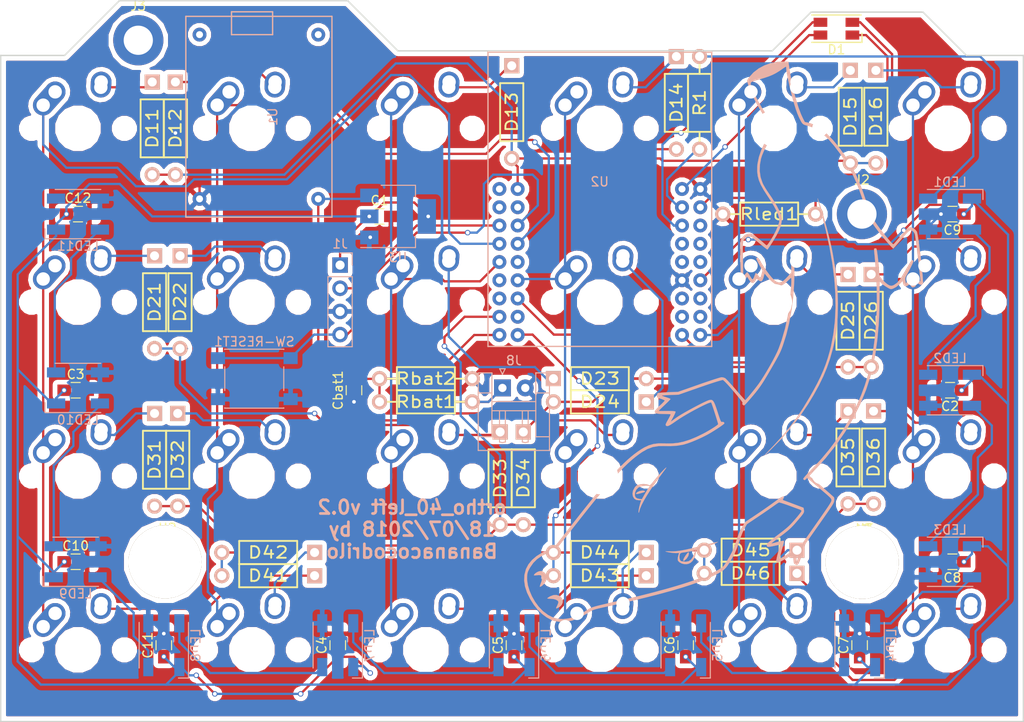
<source format=kicad_pcb>
(kicad_pcb (version 4) (host pcbnew 4.0.7)
  (layers (0 F.Cu signal hide) (31 B.Cu signal hide) (34 B.Paste user hide) (35 F.Paste user hide) (36 B.SilkS user) (37 F.SilkS user) (38 B.Mask user) (39 F.Mask user) (44 Edge.Cuts user))
  (net 0 "")
  (net 1 VCC)
  (net 2 GND)
  (net 3 "Net-(D11-Pad2)")
  (net 4 "Net-(D12-Pad2)")
  (net 5 "Net-(D13-Pad2)")
  (net 6 "Net-(D14-Pad2)")
  (net 7 "Net-(D15-Pad2)")
  (net 8 "Net-(D16-Pad2)")
  (net 9 "Net-(D21-Pad2)")
  (net 10 "Net-(D22-Pad2)")
  (net 11 "Net-(D23-Pad2)")
  (net 12 "Net-(D24-Pad2)")
  (net 13 "Net-(D25-Pad2)")
  (net 14 "Net-(D26-Pad2)")
  (net 15 "Net-(D31-Pad2)")
  (net 16 "Net-(D32-Pad2)")
  (net 17 "Net-(D33-Pad2)")
  (net 18 "Net-(D34-Pad2)")
  (net 19 "Net-(D35-Pad2)")
  (net 20 "Net-(D36-Pad2)")
  (net 21 "Net-(D41-Pad2)")
  (net 22 "Net-(D42-Pad2)")
  (net 23 "Net-(D43-Pad2)")
  (net 24 "Net-(D44-Pad2)")
  (net 25 "Net-(D45-Pad2)")
  (net 26 "Net-(D46-Pad2)")
  (net 27 "Net-(LED1-Pad2)")
  (net 28 "Net-(LED1-Pad4)")
  (net 29 "Net-(LED2-Pad2)")
  (net 30 "Net-(LED3-Pad2)")
  (net 31 row-1)
  (net 32 row-2)
  (net 33 row-3)
  (net 34 row-4)
  (net 35 col-3)
  (net 36 col-4)
  (net 37 col-1)
  (net 38 col-2)
  (net 39 col-5)
  (net 40 col-6)
  (net 41 "Net-(D1-Pad1)")
  (net 42 LED-R)
  (net 43 LED-B)
  (net 44 LED-G)
  (net 45 "Net-(J1-Pad2)")
  (net 46 "Net-(J1-Pad4)")
  (net 47 BAT-M)
  (net 48 underglowAux)
  (net 49 "Net-(LED10-Pad2)")
  (net 50 "Net-(J8-Pad1)")
  (net 51 "Net-(LED4-Pad2)")
  (net 52 "Net-(LED5-Pad2)")
  (net 53 "Net-(LED6-Pad2)")
  (net 54 "Net-(LED7-Pad2)")
  (net 55 "Net-(LED8-Pad2)")
  (net 56 underglow)
  (module MisComponentes:cargador-mini-usb (layer B.Cu) (at 48.006 36.068 270)
    (fp_text reference U1 (at 0 -1.5 270) (layer B.SilkS) (effects (justify mirror)))
    (fp_text value cargador-USB)
    (pad 0 thru_hole circle (at -9 6.5 270) (size 1.524 1.524) (drill 0.762) (layers *.Cu *.Mask))
    (pad 1 thru_hole circle (at -9 -6.5 270) (size 1.524 1.524) (drill 0.762) (layers *.Cu *.Mask))
    (pad 2 thru_hole circle (at 9 -6.5 270) (size 1.524 1.524) (drill 0.762) (layers *.Cu *.Mask) (net 50 "Net-(J8-Pad1)"))
    (pad 3 thru_hole circle (at 9 6.5 270) (size 1.524 1.524) (drill 0.762) (layers *.Cu *.Mask) (net 2 GND))
  )
  (module MisComponentes:core51822-through-hole (layer B.Cu) (at 85.344 46.736 180)
    (fp_text reference U2 (at 0.015 3.545 180) (layer B.SilkS) (effects (justify mirror)))
    (fp_text value core51822)
    (pad 1 thru_hole circle (at -11 2.75 180) (size 1.524 1.524) (drill 0.762) (layers *.Cu *.Mask) (net 2 GND))
    (pad 2 thru_hole circle (at -9 2.75 180) (size 1.524 1.524) (drill 0.762) (layers *.Cu *.Mask) (net 43 LED-B))
    (pad 3 thru_hole circle (at -11 0.75 180) (size 1.524 1.524) (drill 0.762) (layers *.Cu *.Mask) (net 42 LED-R))
    (pad 4 thru_hole circle (at -9 0.75 180) (size 1.524 1.524) (drill 0.762) (layers *.Cu *.Mask) (net 56 underglow))
    (pad 5 thru_hole circle (at -11 -1.25 180) (size 1.524 1.524) (drill 0.762) (layers *.Cu *.Mask))
    (pad 6 thru_hole circle (at -9 -1.25 180) (size 1.524 1.524) (drill 0.762) (layers *.Cu *.Mask) (net 44 LED-G))
    (pad 7 thru_hole circle (at -11 -3.25 180) (size 1.524 1.524) (drill 0.762) (layers *.Cu *.Mask))
    (pad 8 thru_hole circle (at -9 -3.25 180) (size 1.524 1.524) (drill 0.762) (layers *.Cu *.Mask))
    (pad 9 thru_hole circle (at -11 -5.25 180) (size 1.524 1.524) (drill 0.762) (layers *.Cu *.Mask))
    (pad 10 thru_hole circle (at -9 -5.25 180) (size 1.524 1.524) (drill 0.762) (layers *.Cu *.Mask))
    (pad 11 thru_hole circle (at -11 -7.25 180) (size 1.524 1.524) (drill 0.762) (layers *.Cu *.Mask) (net 1 VCC))
    (pad 12 thru_hole circle (at -9 -7.25 180) (size 1.524 1.524) (drill 0.762) (layers *.Cu *.Mask) (net 2 GND))
    (pad 13 thru_hole circle (at -11 -9.25 180) (size 1.524 1.524) (drill 0.762) (layers *.Cu *.Mask))
    (pad 14 thru_hole circle (at -9 -9.25 180) (size 1.524 1.524) (drill 0.762) (layers *.Cu *.Mask))
    (pad 15 thru_hole circle (at -11 -11.25 180) (size 1.524 1.524) (drill 0.762) (layers *.Cu *.Mask))
    (pad 16 thru_hole circle (at -9 -11.25 180) (size 1.524 1.524) (drill 0.762) (layers *.Cu *.Mask))
    (pad 17 thru_hole circle (at -11 -13.25 180) (size 1.524 1.524) (drill 0.762) (layers *.Cu *.Mask) (net 39 col-5))
    (pad 18 thru_hole circle (at -9 -13.25 180) (size 1.524 1.524) (drill 0.762) (layers *.Cu *.Mask) (net 40 col-6))
    (pad 20 thru_hole circle (at 11 2.75 180) (size 1.524 1.524) (drill 0.762) (layers *.Cu *.Mask))
    (pad 21 thru_hole circle (at 9 0.75 180) (size 1.524 1.524) (drill 0.762) (layers *.Cu *.Mask))
    (pad 22 thru_hole circle (at 11 0.75 180) (size 1.524 1.524) (drill 0.762) (layers *.Cu *.Mask))
    (pad 23 thru_hole circle (at 9 -1.25 180) (size 1.524 1.524) (drill 0.762) (layers *.Cu *.Mask) (net 46 "Net-(J1-Pad4)"))
    (pad 24 thru_hole circle (at 11 -1.25 180) (size 1.524 1.524) (drill 0.762) (layers *.Cu *.Mask) (net 45 "Net-(J1-Pad2)"))
    (pad 25 thru_hole circle (at 9 -3.25 180) (size 1.524 1.524) (drill 0.762) (layers *.Cu *.Mask) (net 38 col-2))
    (pad 26 thru_hole circle (at 11 -3.25 180) (size 1.524 1.524) (drill 0.762) (layers *.Cu *.Mask) (net 37 col-1))
    (pad 27 thru_hole circle (at 9 -5.25 180) (size 1.524 1.524) (drill 0.762) (layers *.Cu *.Mask))
    (pad 28 thru_hole circle (at 11 -5.25 180) (size 1.524 1.524) (drill 0.762) (layers *.Cu *.Mask) (net 35 col-3))
    (pad 29 thru_hole circle (at 9 -7.25 180) (size 1.524 1.524) (drill 0.762) (layers *.Cu *.Mask) (net 36 col-4))
    (pad 30 thru_hole circle (at 11 -7.25 180) (size 1.524 1.524) (drill 0.762) (layers *.Cu *.Mask))
    (pad 31 thru_hole circle (at 9 -9.25 180) (size 1.524 1.524) (drill 0.762) (layers *.Cu *.Mask) (net 32 row-2))
    (pad 32 thru_hole circle (at 11 -9.25 180) (size 1.524 1.524) (drill 0.762) (layers *.Cu *.Mask))
    (pad 33 thru_hole circle (at 9 -11.25 180) (size 1.524 1.524) (drill 0.762) (layers *.Cu *.Mask))
    (pad 34 thru_hole circle (at 11 -11.25 180) (size 1.524 1.524) (drill 0.762) (layers *.Cu *.Mask) (net 33 row-3))
    (pad 35 thru_hole circle (at 9 -13.25 180) (size 1.524 1.524) (drill 0.762) (layers *.Cu *.Mask) (net 34 row-4))
    (pad 36 thru_hole circle (at 11 -13.25 180) (size 1.524 1.524) (drill 0.762) (layers *.Cu *.Mask) (net 47 BAT-M))
    (pad 19 thru_hole circle (at 9 2.75 180) (size 1.524 1.524) (drill 0.762) (layers *.Cu *.Mask) (net 31 row-1))
  )
  (module LEDs:LED_RGB_1210 (layer F.Cu) (at 111.252 26.416 180)
    (fp_text reference D1 (at 0 -2.3 180) (layer F.SilkS))
    (fp_text value LED_BAT)
    (pad 1 smd rect (at -1.75 -0.7) (size 1.5 1) (layers F.Cu F.Paste F.Mask) (net 41 "Net-(D1-Pad1)"))
    (pad 2 smd rect (at -1.75 0.7) (size 1.5 1) (layers F.Cu F.Paste F.Mask) (net 42 LED-R))
    (pad 4 smd rect (at 1.75 -0.7) (size 1.5 1) (layers F.Cu F.Paste F.Mask) (net 43 LED-B))
    (pad 3 smd rect (at 1.75 0.7) (size 1.5 1) (layers F.Cu F.Paste F.Mask) (net 44 LED-G))
  )
  (module Buttons_Switches_SMD:SW_SPST_PTS645 (layer B.Cu) (at 47.498 64.77 180)
    (fp_text reference SW-RESET1 (at 0 4.05 180) (layer B.SilkS) (effects (justify mirror)))
    (fp_text value SW_PUSH)
    (pad 2 smd rect (at -3.98 -2.25 180) (size 1.55 1.3) (layers B.Cu B.Paste B.Mask) (net 2 GND))
    (pad 1 smd rect (at -3.98 2.25 180) (size 1.55 1.3) (layers B.Cu B.Paste B.Mask) (net 46 "Net-(J1-Pad4)"))
    (pad 1 smd rect (at 3.98 2.25 180) (size 1.55 1.3) (layers B.Cu B.Paste B.Mask) (net 46 "Net-(J1-Pad4)"))
    (pad 2 smd rect (at 3.98 -2.25 180) (size 1.55 1.3) (layers B.Cu B.Paste B.Mask) (net 2 GND))
  )
  (module Pin_Headers:Pin_Header_Straight_1x04_Pitch2.54mm (layer B.Cu) (at 56.896 52.324 180)
    (fp_text reference J1 (at 0 2.33 180) (layer B.SilkS) (effects (justify mirror)))
    (fp_text value prog_pins)
    (pad 1 thru_hole rect (at 0 0 180) (size 1.7 1.7) (drill 1) (layers *.Cu *.Mask) (net 1 VCC))
    (pad 2 thru_hole oval (at 0 -2.54 180) (size 1.7 1.7) (drill 1) (layers *.Cu *.Mask) (net 45 "Net-(J1-Pad2)"))
    (pad 3 thru_hole oval (at 0 -5.08 180) (size 1.7 1.7) (drill 1) (layers *.Cu *.Mask) (net 2 GND))
    (pad 4 thru_hole oval (at 0 -7.62 180) (size 1.7 1.7) (drill 1) (layers *.Cu *.Mask) (net 46 "Net-(J1-Pad4)"))
  )
  (module Mounting_Holes:MountingHole_3.2mm_M3_ISO14580_Pad (layer F.Cu) (at 34.798 27.686)
    (fp_text reference J3 (at 0 -3.75) (layer F.SilkS))
    (fp_text value Conn_01x01)
    (pad 1 thru_hole circle (at 0 0) (size 5.5 5.5) (drill 3.2) (layers *.Cu *.Mask))
  )
  (module MX_Alps_Hybrid:MX-1U-NoLED (layer F.Cu) (at 104.394 75.438)
    (fp_text reference K-35)
    (fp_text value KEYSW)
    (pad 2 thru_hole oval (at 2.5 -4.5 86.0548) (size 2.831378 2.25) (drill 1.47 (offset 0.290689 0)) (layers *.Cu B.Mask) (net 19 "Net-(D35-Pad2)"))
    (pad 2 thru_hole circle (at 2.54 -5.08) (size 2.25 2.25) (drill 1.47) (layers *.Cu B.Mask) (net 19 "Net-(D35-Pad2)"))
    (pad 1 thru_hole oval (at -3.81 -2.54 48.0996) (size 4.211556 2.25) (drill 1.47 (offset 0.980778 0)) (layers *.Cu B.Mask) (net 39 col-5))
    (pad "" np_thru_hole circle (at 0 0) (size 3.9878 3.9878) (drill 3.9878) (layers *.Cu *.Mask))
    (pad 1 thru_hole circle (at -2.5 -4) (size 2.25 2.25) (drill 1.47) (layers *.Cu B.Mask) (net 39 col-5))
    (pad "" np_thru_hole circle (at -5.08 0 48.0996) (size 1.75 1.75) (drill 1.75) (layers *.Cu *.Mask))
    (pad "" np_thru_hole circle (at 5.08 0 48.0996) (size 1.75 1.75) (drill 1.75) (layers *.Cu *.Mask))
  )
  (module MX_Alps_Hybrid:MX-1U-NoLED (layer F.Cu) (at 47.244 56.388)
    (fp_text reference K-22)
    (fp_text value KEYSW)
    (pad 2 thru_hole oval (at 2.5 -4.5 86.0548) (size 2.831378 2.25) (drill 1.47 (offset 0.290689 0)) (layers *.Cu B.Mask) (net 10 "Net-(D22-Pad2)"))
    (pad 2 thru_hole circle (at 2.54 -5.08) (size 2.25 2.25) (drill 1.47) (layers *.Cu B.Mask) (net 10 "Net-(D22-Pad2)"))
    (pad 1 thru_hole oval (at -3.81 -2.54 48.0996) (size 4.211556 2.25) (drill 1.47 (offset 0.980778 0)) (layers *.Cu B.Mask) (net 38 col-2))
    (pad "" np_thru_hole circle (at 0 0) (size 3.9878 3.9878) (drill 3.9878) (layers *.Cu *.Mask))
    (pad 1 thru_hole circle (at -2.5 -4) (size 2.25 2.25) (drill 1.47) (layers *.Cu B.Mask) (net 38 col-2))
    (pad "" np_thru_hole circle (at -5.08 0 48.0996) (size 1.75 1.75) (drill 1.75) (layers *.Cu *.Mask))
    (pad "" np_thru_hole circle (at 5.08 0 48.0996) (size 1.75 1.75) (drill 1.75) (layers *.Cu *.Mask))
  )
  (module Capacitors_SMD:C_0805_HandSoldering (layer F.Cu) (at 61.214 46.99)
    (fp_text reference C1 (at 0 -1.75) (layer F.SilkS))
    (fp_text value 47uF)
    (pad 1 smd rect (at -1.25 0) (size 1.5 1.25) (layers F.Cu F.Paste F.Mask) (net 1 VCC))
    (pad 2 smd rect (at 1.25 0) (size 1.5 1.25) (layers F.Cu F.Paste F.Mask) (net 2 GND))
  )
  (module Capacitors_SMD:C_0805_HandSoldering (layer F.Cu) (at 123.698 66.04 180)
    (fp_text reference C2 (at 0 -1.75 180) (layer F.SilkS))
    (fp_text value 0.1uF)
    (pad 1 smd rect (at -1.25 0 180) (size 1.5 1.25) (layers F.Cu F.Paste F.Mask) (net 1 VCC))
    (pad 2 smd rect (at 1.25 0 180) (size 1.5 1.25) (layers F.Cu F.Paste F.Mask) (net 2 GND))
  )
  (module Capacitors_SMD:C_0805_HandSoldering (layer F.Cu) (at 27.94 66.04)
    (fp_text reference C3 (at 0 -1.75) (layer F.SilkS))
    (fp_text value 0.1uF)
    (pad 1 smd rect (at -1.25 0) (size 1.5 1.25) (layers F.Cu F.Paste F.Mask) (net 1 VCC))
    (pad 2 smd rect (at 1.25 0) (size 1.5 1.25) (layers F.Cu F.Paste F.Mask) (net 2 GND))
  )
  (module Capacitors_SMD:C_0805_HandSoldering (layer F.Cu) (at 56.642 93.98 90)
    (fp_text reference C4 (at 0 -1.75 90) (layer F.SilkS))
    (fp_text value 0.1uF)
    (pad 1 smd rect (at -1.25 0 90) (size 1.5 1.25) (layers F.Cu F.Paste F.Mask) (net 1 VCC))
    (pad 2 smd rect (at 1.25 0 90) (size 1.5 1.25) (layers F.Cu F.Paste F.Mask) (net 2 GND))
  )
  (module Capacitors_SMD:C_0805_HandSoldering (layer F.Cu) (at 75.946 93.98 90)
    (fp_text reference C5 (at 0 -1.75 90) (layer F.SilkS))
    (fp_text value 0.1uF)
    (pad 1 smd rect (at -1.25 0 90) (size 1.5 1.25) (layers F.Cu F.Paste F.Mask) (net 1 VCC))
    (pad 2 smd rect (at 1.25 0 90) (size 1.5 1.25) (layers F.Cu F.Paste F.Mask) (net 2 GND))
  )
  (module Capacitors_SMD:C_0805_HandSoldering (layer F.Cu) (at 94.742 93.98 90)
    (fp_text reference C6 (at 0 -1.75 90) (layer F.SilkS))
    (fp_text value 0.1uF)
    (pad 1 smd rect (at -1.25 0 90) (size 1.5 1.25) (layers F.Cu F.Paste F.Mask) (net 1 VCC))
    (pad 2 smd rect (at 1.25 0 90) (size 1.5 1.25) (layers F.Cu F.Paste F.Mask) (net 2 GND))
  )
  (module Capacitors_SMD:C_0805_HandSoldering (layer F.Cu) (at 113.792 93.98 90)
    (fp_text reference C7 (at 0 -1.75 90) (layer F.SilkS))
    (fp_text value 0.1uF)
    (pad 1 smd rect (at -1.25 0 90) (size 1.5 1.25) (layers F.Cu F.Paste F.Mask) (net 1 VCC))
    (pad 2 smd rect (at 1.25 0 90) (size 1.5 1.25) (layers F.Cu F.Paste F.Mask) (net 2 GND))
  )
  (module Capacitors_SMD:C_0805_HandSoldering (layer F.Cu) (at 123.952 84.836 180)
    (fp_text reference C8 (at 0 -1.75 180) (layer F.SilkS))
    (fp_text value 0.1uF)
    (pad 1 smd rect (at -1.25 0 180) (size 1.5 1.25) (layers F.Cu F.Paste F.Mask) (net 1 VCC))
    (pad 2 smd rect (at 1.25 0 180) (size 1.5 1.25) (layers F.Cu F.Paste F.Mask) (net 2 GND))
  )
  (module Capacitors_SMD:C_0805_HandSoldering (layer F.Cu) (at 123.952 46.736 180)
    (fp_text reference C9 (at 0 -1.75 180) (layer F.SilkS))
    (fp_text value 0.1uF)
    (pad 1 smd rect (at -1.25 0 180) (size 1.5 1.25) (layers F.Cu F.Paste F.Mask) (net 1 VCC))
    (pad 2 smd rect (at 1.25 0 180) (size 1.5 1.25) (layers F.Cu F.Paste F.Mask) (net 2 GND))
  )
  (module MisComponentes:LED_RGB_5050-4 (layer B.Cu) (at 123.698 46.736 180)
    (fp_text reference LED1 (at 0 3.5 360) (layer B.SilkS) (effects (justify mirror)))
    (fp_text value WS2812B)
    (pad 1 smd rect (at -2.4 1.7 90) (size 1.1 2) (layers B.Cu B.Paste B.Mask) (net 1 VCC))
    (pad 2 smd rect (at -2.4 -1.7 90) (size 1.1 2) (layers B.Cu B.Paste B.Mask) (net 27 "Net-(LED1-Pad2)"))
    (pad 3 smd rect (at 2.4 -1.7 90) (size 1.1 2) (layers B.Cu B.Paste B.Mask) (net 2 GND))
    (pad 4 smd rect (at 2.4 1.7 90) (size 1.1 2) (layers B.Cu B.Paste B.Mask) (net 28 "Net-(LED1-Pad4)"))
  )
  (module MisComponentes:LED_RGB_5050-4 (layer B.Cu) (at 123.698 66.04 180)
    (fp_text reference LED2 (at 0 3.5 360) (layer B.SilkS) (effects (justify mirror)))
    (fp_text value WS2812B)
    (pad 1 smd rect (at -2.4 1.7 90) (size 1.1 2) (layers B.Cu B.Paste B.Mask) (net 1 VCC))
    (pad 2 smd rect (at -2.4 -1.7 90) (size 1.1 2) (layers B.Cu B.Paste B.Mask) (net 29 "Net-(LED2-Pad2)"))
    (pad 3 smd rect (at 2.4 -1.7 90) (size 1.1 2) (layers B.Cu B.Paste B.Mask) (net 2 GND))
    (pad 4 smd rect (at 2.4 1.7 90) (size 1.1 2) (layers B.Cu B.Paste B.Mask) (net 27 "Net-(LED1-Pad2)"))
  )
  (module MisComponentes:LED_RGB_5050-4 (layer B.Cu) (at 123.698 84.836 180)
    (fp_text reference LED3 (at 0 3.5 360) (layer B.SilkS) (effects (justify mirror)))
    (fp_text value WS2812B)
    (pad 1 smd rect (at -2.4 1.7 90) (size 1.1 2) (layers B.Cu B.Paste B.Mask) (net 1 VCC))
    (pad 2 smd rect (at -2.4 -1.7 90) (size 1.1 2) (layers B.Cu B.Paste B.Mask) (net 30 "Net-(LED3-Pad2)"))
    (pad 3 smd rect (at 2.4 -1.7 90) (size 1.1 2) (layers B.Cu B.Paste B.Mask) (net 2 GND))
    (pad 4 smd rect (at 2.4 1.7 90) (size 1.1 2) (layers B.Cu B.Paste B.Mask) (net 29 "Net-(LED2-Pad2)"))
  )
  (module MisComponentes:LED_RGB_5050-4 (layer B.Cu) (at 113.792 93.98 90)
    (fp_text reference LED4 (at 0 3.5 270) (layer B.SilkS) (effects (justify mirror)))
    (fp_text value WS2812B)
    (pad 1 smd rect (at -2.4 1.7) (size 1.1 2) (layers B.Cu B.Paste B.Mask) (net 1 VCC))
    (pad 2 smd rect (at -2.4 -1.7) (size 1.1 2) (layers B.Cu B.Paste B.Mask) (net 51 "Net-(LED4-Pad2)"))
    (pad 3 smd rect (at 2.4 -1.7) (size 1.1 2) (layers B.Cu B.Paste B.Mask) (net 2 GND))
    (pad 4 smd rect (at 2.4 1.7) (size 1.1 2) (layers B.Cu B.Paste B.Mask) (net 30 "Net-(LED3-Pad2)"))
  )
  (module MisComponentes:LED_RGB_5050-4 (layer B.Cu) (at 94.742 93.98 90)
    (fp_text reference LED5 (at 0 3.5 270) (layer B.SilkS) (effects (justify mirror)))
    (fp_text value WS2812B)
    (pad 1 smd rect (at -2.4 1.7) (size 1.1 2) (layers B.Cu B.Paste B.Mask) (net 1 VCC))
    (pad 2 smd rect (at -2.4 -1.7) (size 1.1 2) (layers B.Cu B.Paste B.Mask) (net 52 "Net-(LED5-Pad2)"))
    (pad 3 smd rect (at 2.4 -1.7) (size 1.1 2) (layers B.Cu B.Paste B.Mask) (net 2 GND))
    (pad 4 smd rect (at 2.4 1.7) (size 1.1 2) (layers B.Cu B.Paste B.Mask) (net 51 "Net-(LED4-Pad2)"))
  )
  (module MisComponentes:LED_RGB_5050-4 (layer B.Cu) (at 75.946 93.98 90)
    (fp_text reference LED6 (at 0 3.5 270) (layer B.SilkS) (effects (justify mirror)))
    (fp_text value WS2812B)
    (pad 1 smd rect (at -2.4 1.7) (size 1.1 2) (layers B.Cu B.Paste B.Mask) (net 1 VCC))
    (pad 2 smd rect (at -2.4 -1.7) (size 1.1 2) (layers B.Cu B.Paste B.Mask) (net 53 "Net-(LED6-Pad2)"))
    (pad 3 smd rect (at 2.4 -1.7) (size 1.1 2) (layers B.Cu B.Paste B.Mask) (net 2 GND))
    (pad 4 smd rect (at 2.4 1.7) (size 1.1 2) (layers B.Cu B.Paste B.Mask) (net 52 "Net-(LED5-Pad2)"))
  )
  (module MisComponentes:LED_RGB_5050-4 (layer B.Cu) (at 56.642 93.98 90)
    (fp_text reference LED7 (at 0 3.5 270) (layer B.SilkS) (effects (justify mirror)))
    (fp_text value WS2812B)
    (pad 1 smd rect (at -2.4 1.7) (size 1.1 2) (layers B.Cu B.Paste B.Mask) (net 1 VCC))
    (pad 2 smd rect (at -2.4 -1.7) (size 1.1 2) (layers B.Cu B.Paste B.Mask) (net 54 "Net-(LED7-Pad2)"))
    (pad 3 smd rect (at 2.4 -1.7) (size 1.1 2) (layers B.Cu B.Paste B.Mask) (net 2 GND))
    (pad 4 smd rect (at 2.4 1.7) (size 1.1 2) (layers B.Cu B.Paste B.Mask) (net 53 "Net-(LED6-Pad2)"))
  )
  (module MisComponentes:LED_RGB_5050-4 (layer B.Cu) (at 37.592 93.98 90)
    (fp_text reference LED8 (at 0 3.5 270) (layer B.SilkS) (effects (justify mirror)))
    (fp_text value WS2812B)
    (pad 1 smd rect (at -2.4 1.7) (size 1.1 2) (layers B.Cu B.Paste B.Mask) (net 1 VCC))
    (pad 2 smd rect (at -2.4 -1.7) (size 1.1 2) (layers B.Cu B.Paste B.Mask) (net 55 "Net-(LED8-Pad2)"))
    (pad 3 smd rect (at 2.4 -1.7) (size 1.1 2) (layers B.Cu B.Paste B.Mask) (net 2 GND))
    (pad 4 smd rect (at 2.4 1.7) (size 1.1 2) (layers B.Cu B.Paste B.Mask) (net 54 "Net-(LED7-Pad2)"))
  )
  (module TO_SOT_Packages_SMD:SOT-223-3_TabPin2 (layer B.Cu) (at 63.246 46.99)
    (fp_text reference U3 (at 0 4.5) (layer B.SilkS) (effects (justify mirror)))
    (fp_text value LM1117-3.3)
    (pad 2 smd rect (at 3.15 0) (size 2 3.8) (layers B.Cu B.Paste B.Mask) (net 1 VCC))
    (pad 2 smd rect (at -3.15 0) (size 2 1.5) (layers B.Cu B.Paste B.Mask) (net 1 VCC))
    (pad 3 smd rect (at -3.15 -2.3) (size 2 1.5) (layers B.Cu B.Paste B.Mask) (net 50 "Net-(J8-Pad1)"))
    (pad 1 smd rect (at -3.15 2.3) (size 2 1.5) (layers B.Cu B.Paste B.Mask) (net 2 GND))
  )
  (module Capacitors_SMD:C_0805_HandSoldering (layer F.Cu) (at 27.94 84.836)
    (fp_text reference C10 (at 0 -1.75) (layer F.SilkS))
    (fp_text value 0.1uF)
    (pad 1 smd rect (at -1.25 0) (size 1.5 1.25) (layers F.Cu F.Paste F.Mask) (net 1 VCC))
    (pad 2 smd rect (at 1.25 0) (size 1.5 1.25) (layers F.Cu F.Paste F.Mask) (net 2 GND))
  )
  (module MisComponentes:LED_RGB_5050-4 (layer B.Cu) (at 27.94 84.836)
    (fp_text reference LED9 (at 0 3.5 180) (layer B.SilkS) (effects (justify mirror)))
    (fp_text value WS2812B)
    (pad 1 smd rect (at -2.4 1.7 270) (size 1.1 2) (layers B.Cu B.Paste B.Mask) (net 1 VCC))
    (pad 2 smd rect (at -2.4 -1.7 270) (size 1.1 2) (layers B.Cu B.Paste B.Mask) (net 48 underglowAux))
    (pad 3 smd rect (at 2.4 -1.7 270) (size 1.1 2) (layers B.Cu B.Paste B.Mask) (net 2 GND))
    (pad 4 smd rect (at 2.4 1.7 270) (size 1.1 2) (layers B.Cu B.Paste B.Mask) (net 55 "Net-(LED8-Pad2)"))
  )
  (module Capacitors_SMD:C_0805_HandSoldering (layer F.Cu) (at 58.42 66.04 90)
    (fp_text reference Cbat1 (at 0 -1.75 90) (layer F.SilkS))
    (fp_text value 22n)
    (pad 1 smd rect (at -1.25 0 90) (size 1.5 1.25) (layers F.Cu F.Paste F.Mask) (net 2 GND))
    (pad 2 smd rect (at 1.25 0 90) (size 1.5 1.25) (layers F.Cu F.Paste F.Mask) (net 47 BAT-M))
  )
  (module footprints:DIODE (layer F.Cu) (at 36.322 37.338 90)
    (fp_text reference D11 (at 0 0 90) (layer F.SilkS) (effects (font (size 1.27 1.524) (thickness 0.2032))))
    (fp_text value D hide)
    (pad 1 thru_hole circle (at -5.08 0 90) (size 1.651 1.651) (drill 0.9906) (layers *.Cu *.SilkS *.Mask) (net 31 row-1))
    (pad 2 thru_hole rect (at 5.08 0 90) (size 1.651 1.651) (drill 0.9906) (layers *.Cu *.SilkS *.Mask) (net 3 "Net-(D11-Pad2)"))
  )
  (module footprints:DIODE (layer F.Cu) (at 38.862 37.338 90)
    (fp_text reference D12 (at 0 0 90) (layer F.SilkS) (effects (font (size 1.27 1.524) (thickness 0.2032))))
    (fp_text value D hide)
    (pad 1 thru_hole circle (at -5.08 0 90) (size 1.651 1.651) (drill 0.9906) (layers *.Cu *.SilkS *.Mask) (net 31 row-1))
    (pad 2 thru_hole rect (at 5.08 0 90) (size 1.651 1.651) (drill 0.9906) (layers *.Cu *.SilkS *.Mask) (net 4 "Net-(D12-Pad2)"))
  )
  (module footprints:DIODE (layer F.Cu) (at 75.692 35.56 90)
    (fp_text reference D13 (at 0 0 90) (layer F.SilkS) (effects (font (size 1.27 1.524) (thickness 0.2032))))
    (fp_text value D hide)
    (pad 1 thru_hole circle (at -5.08 0 90) (size 1.651 1.651) (drill 0.9906) (layers *.Cu *.SilkS *.Mask) (net 31 row-1))
    (pad 2 thru_hole rect (at 5.08 0 90) (size 1.651 1.651) (drill 0.9906) (layers *.Cu *.SilkS *.Mask) (net 5 "Net-(D13-Pad2)"))
  )
  (module footprints:DIODE (layer F.Cu) (at 93.726 34.544 90)
    (fp_text reference D14 (at 0 0 90) (layer F.SilkS) (effects (font (size 1.27 1.524) (thickness 0.2032))))
    (fp_text value D hide)
    (pad 1 thru_hole circle (at -5.08 0 90) (size 1.651 1.651) (drill 0.9906) (layers *.Cu *.SilkS *.Mask) (net 31 row-1))
    (pad 2 thru_hole rect (at 5.08 0 90) (size 1.651 1.651) (drill 0.9906) (layers *.Cu *.SilkS *.Mask) (net 6 "Net-(D14-Pad2)"))
  )
  (module footprints:DIODE (layer F.Cu) (at 112.776 36.068 90)
    (fp_text reference D15 (at 0 0 90) (layer F.SilkS) (effects (font (size 1.27 1.524) (thickness 0.2032))))
    (fp_text value D hide)
    (pad 1 thru_hole circle (at -5.08 0 90) (size 1.651 1.651) (drill 0.9906) (layers *.Cu *.SilkS *.Mask) (net 31 row-1))
    (pad 2 thru_hole rect (at 5.08 0 90) (size 1.651 1.651) (drill 0.9906) (layers *.Cu *.SilkS *.Mask) (net 7 "Net-(D15-Pad2)"))
  )
  (module footprints:DIODE (layer F.Cu) (at 115.57 36.068 90)
    (fp_text reference D16 (at 0 0 90) (layer F.SilkS) (effects (font (size 1.27 1.524) (thickness 0.2032))))
    (fp_text value D hide)
    (pad 1 thru_hole circle (at -5.08 0 90) (size 1.651 1.651) (drill 0.9906) (layers *.Cu *.SilkS *.Mask) (net 31 row-1))
    (pad 2 thru_hole rect (at 5.08 0 90) (size 1.651 1.651) (drill 0.9906) (layers *.Cu *.SilkS *.Mask) (net 8 "Net-(D16-Pad2)"))
  )
  (module footprints:DIODE (layer F.Cu) (at 36.576 56.388 90)
    (fp_text reference D21 (at 0 0 90) (layer F.SilkS) (effects (font (size 1.27 1.524) (thickness 0.2032))))
    (fp_text value D hide)
    (pad 1 thru_hole circle (at -5.08 0 90) (size 1.651 1.651) (drill 0.9906) (layers *.Cu *.SilkS *.Mask) (net 32 row-2))
    (pad 2 thru_hole rect (at 5.08 0 90) (size 1.651 1.651) (drill 0.9906) (layers *.Cu *.SilkS *.Mask) (net 9 "Net-(D21-Pad2)"))
  )
  (module footprints:DIODE (layer F.Cu) (at 39.37 56.388 90)
    (fp_text reference D22 (at 0 0 90) (layer F.SilkS) (effects (font (size 1.27 1.524) (thickness 0.2032))))
    (fp_text value D hide)
    (pad 1 thru_hole circle (at -5.08 0 90) (size 1.651 1.651) (drill 0.9906) (layers *.Cu *.SilkS *.Mask) (net 32 row-2))
    (pad 2 thru_hole rect (at 5.08 0 90) (size 1.651 1.651) (drill 0.9906) (layers *.Cu *.SilkS *.Mask) (net 10 "Net-(D22-Pad2)"))
  )
  (module footprints:DIODE (layer F.Cu) (at 85.344 64.77 180)
    (fp_text reference D23 (at 0 0 180) (layer F.SilkS) (effects (font (size 1.27 1.524) (thickness 0.2032))))
    (fp_text value D hide)
    (pad 1 thru_hole circle (at -5.08 0 180) (size 1.651 1.651) (drill 0.9906) (layers *.Cu *.SilkS *.Mask) (net 32 row-2))
    (pad 2 thru_hole rect (at 5.08 0 180) (size 1.651 1.651) (drill 0.9906) (layers *.Cu *.SilkS *.Mask) (net 11 "Net-(D23-Pad2)"))
  )
  (module footprints:DIODE (layer F.Cu) (at 85.344 67.31)
    (fp_text reference D24 (at 0 0) (layer F.SilkS) (effects (font (size 1.27 1.524) (thickness 0.2032))))
    (fp_text value D hide)
    (pad 1 thru_hole circle (at -5.08 0) (size 1.651 1.651) (drill 0.9906) (layers *.Cu *.SilkS *.Mask) (net 32 row-2))
    (pad 2 thru_hole rect (at 5.08 0) (size 1.651 1.651) (drill 0.9906) (layers *.Cu *.SilkS *.Mask) (net 12 "Net-(D24-Pad2)"))
  )
  (module footprints:DIODE (layer F.Cu) (at 112.522 58.42 90)
    (fp_text reference D25 (at 0 0 90) (layer F.SilkS) (effects (font (size 1.27 1.524) (thickness 0.2032))))
    (fp_text value D hide)
    (pad 1 thru_hole circle (at -5.08 0 90) (size 1.651 1.651) (drill 0.9906) (layers *.Cu *.SilkS *.Mask) (net 32 row-2))
    (pad 2 thru_hole rect (at 5.08 0 90) (size 1.651 1.651) (drill 0.9906) (layers *.Cu *.SilkS *.Mask) (net 13 "Net-(D25-Pad2)"))
  )
  (module footprints:DIODE (layer F.Cu) (at 115.062 58.42 90)
    (fp_text reference D26 (at 0 0 90) (layer F.SilkS) (effects (font (size 1.27 1.524) (thickness 0.2032))))
    (fp_text value D hide)
    (pad 1 thru_hole circle (at -5.08 0 90) (size 1.651 1.651) (drill 0.9906) (layers *.Cu *.SilkS *.Mask) (net 32 row-2))
    (pad 2 thru_hole rect (at 5.08 0 90) (size 1.651 1.651) (drill 0.9906) (layers *.Cu *.SilkS *.Mask) (net 14 "Net-(D26-Pad2)"))
  )
  (module footprints:DIODE (layer F.Cu) (at 36.576 73.66 90)
    (fp_text reference D31 (at 0 0 90) (layer F.SilkS) (effects (font (size 1.27 1.524) (thickness 0.2032))))
    (fp_text value D hide)
    (pad 1 thru_hole circle (at -5.08 0 90) (size 1.651 1.651) (drill 0.9906) (layers *.Cu *.SilkS *.Mask) (net 33 row-3))
    (pad 2 thru_hole rect (at 5.08 0 90) (size 1.651 1.651) (drill 0.9906) (layers *.Cu *.SilkS *.Mask) (net 15 "Net-(D31-Pad2)"))
  )
  (module footprints:DIODE (layer F.Cu) (at 39.116 73.66 90)
    (fp_text reference D32 (at 0 0 90) (layer F.SilkS) (effects (font (size 1.27 1.524) (thickness 0.2032))))
    (fp_text value D hide)
    (pad 1 thru_hole circle (at -5.08 0 90) (size 1.651 1.651) (drill 0.9906) (layers *.Cu *.SilkS *.Mask) (net 33 row-3))
    (pad 2 thru_hole rect (at 5.08 0 90) (size 1.651 1.651) (drill 0.9906) (layers *.Cu *.SilkS *.Mask) (net 16 "Net-(D32-Pad2)"))
  )
  (module footprints:DIODE (layer F.Cu) (at 74.422 75.692 90)
    (fp_text reference D33 (at 0 0 90) (layer F.SilkS) (effects (font (size 1.27 1.524) (thickness 0.2032))))
    (fp_text value D hide)
    (pad 1 thru_hole circle (at -5.08 0 90) (size 1.651 1.651) (drill 0.9906) (layers *.Cu *.SilkS *.Mask) (net 33 row-3))
    (pad 2 thru_hole rect (at 5.08 0 90) (size 1.651 1.651) (drill 0.9906) (layers *.Cu *.SilkS *.Mask) (net 17 "Net-(D33-Pad2)"))
  )
  (module footprints:DIODE (layer F.Cu) (at 76.962 75.692 90)
    (fp_text reference D34 (at 0 0 90) (layer F.SilkS) (effects (font (size 1.27 1.524) (thickness 0.2032))))
    (fp_text value D hide)
    (pad 1 thru_hole circle (at -5.08 0 90) (size 1.651 1.651) (drill 0.9906) (layers *.Cu *.SilkS *.Mask) (net 33 row-3))
    (pad 2 thru_hole rect (at 5.08 0 90) (size 1.651 1.651) (drill 0.9906) (layers *.Cu *.SilkS *.Mask) (net 18 "Net-(D34-Pad2)"))
  )
  (module footprints:DIODE (layer F.Cu) (at 112.522 73.406 90)
    (fp_text reference D35 (at 0 0 90) (layer F.SilkS) (effects (font (size 1.27 1.524) (thickness 0.2032))))
    (fp_text value D hide)
    (pad 1 thru_hole circle (at -5.08 0 90) (size 1.651 1.651) (drill 0.9906) (layers *.Cu *.SilkS *.Mask) (net 33 row-3))
    (pad 2 thru_hole rect (at 5.08 0 90) (size 1.651 1.651) (drill 0.9906) (layers *.Cu *.SilkS *.Mask) (net 19 "Net-(D35-Pad2)"))
  )
  (module footprints:DIODE (layer F.Cu) (at 115.316 73.406 90)
    (fp_text reference D36 (at 0 0 90) (layer F.SilkS) (effects (font (size 1.27 1.524) (thickness 0.2032))))
    (fp_text value D hide)
    (pad 1 thru_hole circle (at -5.08 0 90) (size 1.651 1.651) (drill 0.9906) (layers *.Cu *.SilkS *.Mask) (net 33 row-3))
    (pad 2 thru_hole rect (at 5.08 0 90) (size 1.651 1.651) (drill 0.9906) (layers *.Cu *.SilkS *.Mask) (net 20 "Net-(D36-Pad2)"))
  )
  (module footprints:DIODE (layer F.Cu) (at 49.022 86.36)
    (fp_text reference D41 (at 0 0) (layer F.SilkS) (effects (font (size 1.27 1.524) (thickness 0.2032))))
    (fp_text value D hide)
    (pad 1 thru_hole circle (at -5.08 0) (size 1.651 1.651) (drill 0.9906) (layers *.Cu *.SilkS *.Mask) (net 34 row-4))
    (pad 2 thru_hole rect (at 5.08 0) (size 1.651 1.651) (drill 0.9906) (layers *.Cu *.SilkS *.Mask) (net 21 "Net-(D41-Pad2)"))
  )
  (module footprints:DIODE (layer F.Cu) (at 49.022 83.82)
    (fp_text reference D42 (at 0 0) (layer F.SilkS) (effects (font (size 1.27 1.524) (thickness 0.2032))))
    (fp_text value D hide)
    (pad 1 thru_hole circle (at -5.08 0) (size 1.651 1.651) (drill 0.9906) (layers *.Cu *.SilkS *.Mask) (net 34 row-4))
    (pad 2 thru_hole rect (at 5.08 0) (size 1.651 1.651) (drill 0.9906) (layers *.Cu *.SilkS *.Mask) (net 22 "Net-(D42-Pad2)"))
  )
  (module footprints:DIODE (layer F.Cu) (at 85.344 86.36)
    (fp_text reference D43 (at 0 0) (layer F.SilkS) (effects (font (size 1.27 1.524) (thickness 0.2032))))
    (fp_text value D hide)
    (pad 1 thru_hole circle (at -5.08 0) (size 1.651 1.651) (drill 0.9906) (layers *.Cu *.SilkS *.Mask) (net 34 row-4))
    (pad 2 thru_hole rect (at 5.08 0) (size 1.651 1.651) (drill 0.9906) (layers *.Cu *.SilkS *.Mask) (net 23 "Net-(D43-Pad2)"))
  )
  (module footprints:DIODE (layer F.Cu) (at 85.344 83.82)
    (fp_text reference D44 (at 0 0) (layer F.SilkS) (effects (font (size 1.27 1.524) (thickness 0.2032))))
    (fp_text value D hide)
    (pad 1 thru_hole circle (at -5.08 0) (size 1.651 1.651) (drill 0.9906) (layers *.Cu *.SilkS *.Mask) (net 34 row-4))
    (pad 2 thru_hole rect (at 5.08 0) (size 1.651 1.651) (drill 0.9906) (layers *.Cu *.SilkS *.Mask) (net 24 "Net-(D44-Pad2)"))
  )
  (module footprints:DIODE (layer F.Cu) (at 101.854 83.566)
    (fp_text reference D45 (at 0 0) (layer F.SilkS) (effects (font (size 1.27 1.524) (thickness 0.2032))))
    (fp_text value D hide)
    (pad 1 thru_hole circle (at -5.08 0) (size 1.651 1.651) (drill 0.9906) (layers *.Cu *.SilkS *.Mask) (net 34 row-4))
    (pad 2 thru_hole rect (at 5.08 0) (size 1.651 1.651) (drill 0.9906) (layers *.Cu *.SilkS *.Mask) (net 25 "Net-(D45-Pad2)"))
  )
  (module footprints:DIODE (layer F.Cu) (at 101.854 86.106)
    (fp_text reference D46 (at 0 0) (layer F.SilkS) (effects (font (size 1.27 1.524) (thickness 0.2032))))
    (fp_text value D hide)
    (pad 1 thru_hole circle (at -5.08 0) (size 1.651 1.651) (drill 0.9906) (layers *.Cu *.SilkS *.Mask) (net 34 row-4))
    (pad 2 thru_hole rect (at 5.08 0) (size 1.651 1.651) (drill 0.9906) (layers *.Cu *.SilkS *.Mask) (net 26 "Net-(D46-Pad2)"))
  )
  (module footprints:RESISTOR (layer F.Cu) (at 96.266 34.544 270)
    (fp_text reference R1 (at 0 0 270) (layer F.SilkS) (effects (font (size 1.27 1.524) (thickness 0.2032))))
    (fp_text value 470 hide)
    (pad 1 thru_hole circle (at -5.08 0 270) (size 1.651 1.651) (drill 0.9906) (layers *.Cu *.SilkS *.Mask) (net 28 "Net-(LED1-Pad4)"))
    (pad 2 thru_hole circle (at 5.08 0 270) (size 1.651 1.651) (drill 0.9906) (layers *.Cu *.SilkS *.Mask) (net 56 underglow))
  )
  (module footprints:RESISTOR (layer F.Cu) (at 66.294 67.31)
    (fp_text reference Rbat1 (at 0 0) (layer F.SilkS) (effects (font (size 1.27 1.524) (thickness 0.2032))))
    (fp_text value 10M hide)
    (pad 1 thru_hole circle (at -5.08 0) (size 1.651 1.651) (drill 0.9906) (layers *.Cu *.SilkS *.Mask) (net 47 BAT-M))
    (pad 2 thru_hole circle (at 5.08 0) (size 1.651 1.651) (drill 0.9906) (layers *.Cu *.SilkS *.Mask) (net 50 "Net-(J8-Pad1)"))
  )
  (module footprints:RESISTOR (layer F.Cu) (at 66.294 64.77 180)
    (fp_text reference Rbat2 (at 0 0 180) (layer F.SilkS) (effects (font (size 1.27 1.524) (thickness 0.2032))))
    (fp_text value 2.2M hide)
    (pad 1 thru_hole circle (at -5.08 0 180) (size 1.651 1.651) (drill 0.9906) (layers *.Cu *.SilkS *.Mask) (net 2 GND))
    (pad 2 thru_hole circle (at 5.08 0 180) (size 1.651 1.651) (drill 0.9906) (layers *.Cu *.SilkS *.Mask) (net 47 BAT-M))
  )
  (module footprints:RESISTOR (layer F.Cu) (at 103.886 46.736)
    (fp_text reference Rled1 (at 0 0) (layer F.SilkS) (effects (font (size 1.27 1.524) (thickness 0.2032))))
    (fp_text value 470 hide)
    (pad 1 thru_hole circle (at -5.08 0) (size 1.651 1.651) (drill 0.9906) (layers *.Cu *.SilkS *.Mask) (net 2 GND))
    (pad 2 thru_hole circle (at 5.08 0) (size 1.651 1.651) (drill 0.9906) (layers *.Cu *.SilkS *.Mask) (net 41 "Net-(D1-Pad1)"))
  )
  (module Mounting_Holes:MountingHole_3.2mm_M3_ISO14580_Pad (layer F.Cu) (at 114.046 46.736)
    (fp_text reference J2 (at 0 -3.75) (layer F.SilkS))
    (fp_text value Conn_01x01)
    (pad 1 thru_hole circle (at 0 0) (size 5.5 5.5) (drill 3.2) (layers *.Cu *.Mask))
  )
  (module Mounting_Holes:MountingHole_3.2mm_M3_ISO14580_Pad (layer F.Cu) (at 37.592 85.344)
    (fp_text reference J5 (at 0 -3.75) (layer F.SilkS))
    (fp_text value Conn_01x01)
    (pad 1 thru_hole circle (at 0 0) (size 5.5 5.5) (drill 3.2) (layers *.Cu *.Mask))
  )
  (module Mounting_Holes:MountingHole_3.2mm_M3_ISO14580_Pad (layer F.Cu) (at 114.046 85.09)
    (fp_text reference J7 (at 0 -3.75) (layer F.SilkS))
    (fp_text value Conn_01x01)
    (pad 1 thru_hole circle (at 0 0) (size 5.5 5.5) (drill 3.2) (layers *.Cu *.Mask))
  )
  (module Capacitors_SMD:C_0805_HandSoldering (layer F.Cu) (at 37.592 93.98 90)
    (fp_text reference C11 (at 0 -1.75 90) (layer F.SilkS))
    (fp_text value 0.1uF)
    (pad 1 smd rect (at -1.25 0 90) (size 1.5 1.25) (layers F.Cu F.Paste F.Mask) (net 1 VCC))
    (pad 2 smd rect (at 1.25 0 90) (size 1.5 1.25) (layers F.Cu F.Paste F.Mask) (net 2 GND))
  )
  (module Capacitors_SMD:C_0805_HandSoldering (layer F.Cu) (at 28.194 46.736)
    (fp_text reference C12 (at 0 -1.75) (layer F.SilkS))
    (fp_text value 0.1uF)
    (pad 1 smd rect (at -1.25 0) (size 1.5 1.25) (layers F.Cu F.Paste F.Mask) (net 1 VCC))
    (pad 2 smd rect (at 1.25 0) (size 1.5 1.25) (layers F.Cu F.Paste F.Mask) (net 2 GND))
  )
  (module MisComponentes:LED_RGB_5050-4 (layer B.Cu) (at 28.194 65.786)
    (fp_text reference LED10 (at 0 3.5 180) (layer B.SilkS) (effects (justify mirror)))
    (fp_text value WS2812B)
    (pad 1 smd rect (at -2.4 1.7 270) (size 1.1 2) (layers B.Cu B.Paste B.Mask) (net 1 VCC))
    (pad 2 smd rect (at -2.4 -1.7 270) (size 1.1 2) (layers B.Cu B.Paste B.Mask) (net 49 "Net-(LED10-Pad2)"))
    (pad 3 smd rect (at 2.4 -1.7 270) (size 1.1 2) (layers B.Cu B.Paste B.Mask) (net 2 GND))
    (pad 4 smd rect (at 2.4 1.7 270) (size 1.1 2) (layers B.Cu B.Paste B.Mask) (net 48 underglowAux))
  )
  (module MisComponentes:LED_RGB_5050-4 (layer B.Cu) (at 28.194 46.736)
    (fp_text reference LED11 (at 0 3.5 180) (layer B.SilkS) (effects (justify mirror)))
    (fp_text value WS2812B)
    (pad 1 smd rect (at -2.4 1.7 270) (size 1.1 2) (layers B.Cu B.Paste B.Mask) (net 1 VCC))
    (pad 2 smd rect (at -2.4 -1.7 270) (size 1.1 2) (layers B.Cu B.Paste B.Mask))
    (pad 3 smd rect (at 2.4 -1.7 270) (size 1.1 2) (layers B.Cu B.Paste B.Mask) (net 2 GND))
    (pad 4 smd rect (at 2.4 1.7 270) (size 1.1 2) (layers B.Cu B.Paste B.Mask) (net 49 "Net-(LED10-Pad2)"))
  )
  (module Connectors_JST:JST_EH_S02B-EH_02x2.50mm_Angled (layer B.Cu) (at 74.676 65.786)
    (fp_text reference J8 (at 1.25 -3) (layer B.SilkS) (effects (justify mirror)))
    (fp_text value Conn-Battery)
    (pad 1 thru_hole rect (at 0 0) (size 1.85 1.85) (drill 0.9) (layers *.Cu *.Mask) (net 50 "Net-(J8-Pad1)"))
    (pad 2 thru_hole circle (at 2.5 0) (size 1.85 1.85) (drill 0.9) (layers *.Cu *.Mask) (net 2 GND))
  )
  (module MX_Alps_Hybrid:MX-1U-NoLED (layer F.Cu) (at 28.194 37.338)
    (fp_text reference K-11)
    (fp_text value KEYSW)
    (pad 2 thru_hole oval (at 2.5 -4.5 86.0548) (size 2.831378 2.25) (drill 1.47 (offset 0.290689 0)) (layers *.Cu B.Mask) (net 3 "Net-(D11-Pad2)"))
    (pad 2 thru_hole circle (at 2.54 -5.08) (size 2.25 2.25) (drill 1.47) (layers *.Cu B.Mask) (net 3 "Net-(D11-Pad2)"))
    (pad 1 thru_hole oval (at -3.81 -2.54 48.0996) (size 4.211556 2.25) (drill 1.47 (offset 0.980778 0)) (layers *.Cu B.Mask) (net 37 col-1))
    (pad "" np_thru_hole circle (at 0 0) (size 3.9878 3.9878) (drill 3.9878) (layers *.Cu *.Mask))
    (pad 1 thru_hole circle (at -2.5 -4) (size 2.25 2.25) (drill 1.47) (layers *.Cu B.Mask) (net 37 col-1))
    (pad "" np_thru_hole circle (at -5.08 0 48.0996) (size 1.75 1.75) (drill 1.75) (layers *.Cu *.Mask))
    (pad "" np_thru_hole circle (at 5.08 0 48.0996) (size 1.75 1.75) (drill 1.75) (layers *.Cu *.Mask))
  )
  (module MX_Alps_Hybrid:MX-1U-NoLED (layer F.Cu) (at 47.244 37.338)
    (fp_text reference K-12)
    (fp_text value KEYSW)
    (pad 2 thru_hole oval (at 2.5 -4.5 86.0548) (size 2.831378 2.25) (drill 1.47 (offset 0.290689 0)) (layers *.Cu B.Mask) (net 4 "Net-(D12-Pad2)"))
    (pad 2 thru_hole circle (at 2.54 -5.08) (size 2.25 2.25) (drill 1.47) (layers *.Cu B.Mask) (net 4 "Net-(D12-Pad2)"))
    (pad 1 thru_hole oval (at -3.81 -2.54 48.0996) (size 4.211556 2.25) (drill 1.47 (offset 0.980778 0)) (layers *.Cu B.Mask) (net 38 col-2))
    (pad "" np_thru_hole circle (at 0 0) (size 3.9878 3.9878) (drill 3.9878) (layers *.Cu *.Mask))
    (pad 1 thru_hole circle (at -2.5 -4) (size 2.25 2.25) (drill 1.47) (layers *.Cu B.Mask) (net 38 col-2))
    (pad "" np_thru_hole circle (at -5.08 0 48.0996) (size 1.75 1.75) (drill 1.75) (layers *.Cu *.Mask))
    (pad "" np_thru_hole circle (at 5.08 0 48.0996) (size 1.75 1.75) (drill 1.75) (layers *.Cu *.Mask))
  )
  (module MX_Alps_Hybrid:MX-1U-NoLED (layer F.Cu) (at 66.294 37.338)
    (fp_text reference K-13)
    (fp_text value KEYSW)
    (pad 2 thru_hole oval (at 2.5 -4.5 86.0548) (size 2.831378 2.25) (drill 1.47 (offset 0.290689 0)) (layers *.Cu B.Mask) (net 5 "Net-(D13-Pad2)"))
    (pad 2 thru_hole circle (at 2.54 -5.08) (size 2.25 2.25) (drill 1.47) (layers *.Cu B.Mask) (net 5 "Net-(D13-Pad2)"))
    (pad 1 thru_hole oval (at -3.81 -2.54 48.0996) (size 4.211556 2.25) (drill 1.47 (offset 0.980778 0)) (layers *.Cu B.Mask) (net 35 col-3))
    (pad "" np_thru_hole circle (at 0 0) (size 3.9878 3.9878) (drill 3.9878) (layers *.Cu *.Mask))
    (pad 1 thru_hole circle (at -2.5 -4) (size 2.25 2.25) (drill 1.47) (layers *.Cu B.Mask) (net 35 col-3))
    (pad "" np_thru_hole circle (at -5.08 0 48.0996) (size 1.75 1.75) (drill 1.75) (layers *.Cu *.Mask))
    (pad "" np_thru_hole circle (at 5.08 0 48.0996) (size 1.75 1.75) (drill 1.75) (layers *.Cu *.Mask))
  )
  (module MX_Alps_Hybrid:MX-1U-NoLED (layer F.Cu) (at 85.344 37.338)
    (fp_text reference K-14)
    (fp_text value KEYSW)
    (pad 2 thru_hole oval (at 2.5 -4.5 86.0548) (size 2.831378 2.25) (drill 1.47 (offset 0.290689 0)) (layers *.Cu B.Mask) (net 6 "Net-(D14-Pad2)"))
    (pad 2 thru_hole circle (at 2.54 -5.08) (size 2.25 2.25) (drill 1.47) (layers *.Cu B.Mask) (net 6 "Net-(D14-Pad2)"))
    (pad 1 thru_hole oval (at -3.81 -2.54 48.0996) (size 4.211556 2.25) (drill 1.47 (offset 0.980778 0)) (layers *.Cu B.Mask) (net 36 col-4))
    (pad "" np_thru_hole circle (at 0 0) (size 3.9878 3.9878) (drill 3.9878) (layers *.Cu *.Mask))
    (pad 1 thru_hole circle (at -2.5 -4) (size 2.25 2.25) (drill 1.47) (layers *.Cu B.Mask) (net 36 col-4))
    (pad "" np_thru_hole circle (at -5.08 0 48.0996) (size 1.75 1.75) (drill 1.75) (layers *.Cu *.Mask))
    (pad "" np_thru_hole circle (at 5.08 0 48.0996) (size 1.75 1.75) (drill 1.75) (layers *.Cu *.Mask))
  )
  (module MX_Alps_Hybrid:MX-1U-NoLED (layer F.Cu) (at 104.394 37.338)
    (fp_text reference K-15)
    (fp_text value KEYSW)
    (pad 2 thru_hole oval (at 2.5 -4.5 86.0548) (size 2.831378 2.25) (drill 1.47 (offset 0.290689 0)) (layers *.Cu B.Mask) (net 7 "Net-(D15-Pad2)"))
    (pad 2 thru_hole circle (at 2.54 -5.08) (size 2.25 2.25) (drill 1.47) (layers *.Cu B.Mask) (net 7 "Net-(D15-Pad2)"))
    (pad 1 thru_hole oval (at -3.81 -2.54 48.0996) (size 4.211556 2.25) (drill 1.47 (offset 0.980778 0)) (layers *.Cu B.Mask) (net 39 col-5))
    (pad "" np_thru_hole circle (at 0 0) (size 3.9878 3.9878) (drill 3.9878) (layers *.Cu *.Mask))
    (pad 1 thru_hole circle (at -2.5 -4) (size 2.25 2.25) (drill 1.47) (layers *.Cu B.Mask) (net 39 col-5))
    (pad "" np_thru_hole circle (at -5.08 0 48.0996) (size 1.75 1.75) (drill 1.75) (layers *.Cu *.Mask))
    (pad "" np_thru_hole circle (at 5.08 0 48.0996) (size 1.75 1.75) (drill 1.75) (layers *.Cu *.Mask))
  )
  (module MX_Alps_Hybrid:MX-1U-NoLED (layer F.Cu) (at 123.444 37.338)
    (fp_text reference K-16)
    (fp_text value KEYSW)
    (pad 2 thru_hole oval (at 2.5 -4.5 86.0548) (size 2.831378 2.25) (drill 1.47 (offset 0.290689 0)) (layers *.Cu B.Mask) (net 8 "Net-(D16-Pad2)"))
    (pad 2 thru_hole circle (at 2.54 -5.08) (size 2.25 2.25) (drill 1.47) (layers *.Cu B.Mask) (net 8 "Net-(D16-Pad2)"))
    (pad 1 thru_hole oval (at -3.81 -2.54 48.0996) (size 4.211556 2.25) (drill 1.47 (offset 0.980778 0)) (layers *.Cu B.Mask) (net 40 col-6))
    (pad "" np_thru_hole circle (at 0 0) (size 3.9878 3.9878) (drill 3.9878) (layers *.Cu *.Mask))
    (pad 1 thru_hole circle (at -2.5 -4) (size 2.25 2.25) (drill 1.47) (layers *.Cu B.Mask) (net 40 col-6))
    (pad "" np_thru_hole circle (at -5.08 0 48.0996) (size 1.75 1.75) (drill 1.75) (layers *.Cu *.Mask))
    (pad "" np_thru_hole circle (at 5.08 0 48.0996) (size 1.75 1.75) (drill 1.75) (layers *.Cu *.Mask))
  )
  (module MX_Alps_Hybrid:MX-1U-NoLED (layer F.Cu) (at 28.194 56.388)
    (fp_text reference K-21)
    (fp_text value KEYSW)
    (pad 2 thru_hole oval (at 2.5 -4.5 86.0548) (size 2.831378 2.25) (drill 1.47 (offset 0.290689 0)) (layers *.Cu B.Mask) (net 9 "Net-(D21-Pad2)"))
    (pad 2 thru_hole circle (at 2.54 -5.08) (size 2.25 2.25) (drill 1.47) (layers *.Cu B.Mask) (net 9 "Net-(D21-Pad2)"))
    (pad 1 thru_hole oval (at -3.81 -2.54 48.0996) (size 4.211556 2.25) (drill 1.47 (offset 0.980778 0)) (layers *.Cu B.Mask) (net 37 col-1))
    (pad "" np_thru_hole circle (at 0 0) (size 3.9878 3.9878) (drill 3.9878) (layers *.Cu *.Mask))
    (pad 1 thru_hole circle (at -2.5 -4) (size 2.25 2.25) (drill 1.47) (layers *.Cu B.Mask) (net 37 col-1))
    (pad "" np_thru_hole circle (at -5.08 0 48.0996) (size 1.75 1.75) (drill 1.75) (layers *.Cu *.Mask))
    (pad "" np_thru_hole circle (at 5.08 0 48.0996) (size 1.75 1.75) (drill 1.75) (layers *.Cu *.Mask))
  )
  (module MX_Alps_Hybrid:MX-1U-NoLED (layer F.Cu) (at 66.294 56.388)
    (fp_text reference K-23)
    (fp_text value KEYSW)
    (pad 2 thru_hole oval (at 2.5 -4.5 86.0548) (size 2.831378 2.25) (drill 1.47 (offset 0.290689 0)) (layers *.Cu B.Mask) (net 11 "Net-(D23-Pad2)"))
    (pad 2 thru_hole circle (at 2.54 -5.08) (size 2.25 2.25) (drill 1.47) (layers *.Cu B.Mask) (net 11 "Net-(D23-Pad2)"))
    (pad 1 thru_hole oval (at -3.81 -2.54 48.0996) (size 4.211556 2.25) (drill 1.47 (offset 0.980778 0)) (layers *.Cu B.Mask) (net 35 col-3))
    (pad "" np_thru_hole circle (at 0 0) (size 3.9878 3.9878) (drill 3.9878) (layers *.Cu *.Mask))
    (pad 1 thru_hole circle (at -2.5 -4) (size 2.25 2.25) (drill 1.47) (layers *.Cu B.Mask) (net 35 col-3))
    (pad "" np_thru_hole circle (at -5.08 0 48.0996) (size 1.75 1.75) (drill 1.75) (layers *.Cu *.Mask))
    (pad "" np_thru_hole circle (at 5.08 0 48.0996) (size 1.75 1.75) (drill 1.75) (layers *.Cu *.Mask))
  )
  (module MX_Alps_Hybrid:MX-1U-NoLED (layer F.Cu) (at 85.344 56.388)
    (fp_text reference K-24)
    (fp_text value KEYSW)
    (pad 2 thru_hole oval (at 2.5 -4.5 86.0548) (size 2.831378 2.25) (drill 1.47 (offset 0.290689 0)) (layers *.Cu B.Mask) (net 12 "Net-(D24-Pad2)"))
    (pad 2 thru_hole circle (at 2.54 -5.08) (size 2.25 2.25) (drill 1.47) (layers *.Cu B.Mask) (net 12 "Net-(D24-Pad2)"))
    (pad 1 thru_hole oval (at -3.81 -2.54 48.0996) (size 4.211556 2.25) (drill 1.47 (offset 0.980778 0)) (layers *.Cu B.Mask) (net 36 col-4))
    (pad "" np_thru_hole circle (at 0 0) (size 3.9878 3.9878) (drill 3.9878) (layers *.Cu *.Mask))
    (pad 1 thru_hole circle (at -2.5 -4) (size 2.25 2.25) (drill 1.47) (layers *.Cu B.Mask) (net 36 col-4))
    (pad "" np_thru_hole circle (at -5.08 0 48.0996) (size 1.75 1.75) (drill 1.75) (layers *.Cu *.Mask))
    (pad "" np_thru_hole circle (at 5.08 0 48.0996) (size 1.75 1.75) (drill 1.75) (layers *.Cu *.Mask))
  )
  (module MX_Alps_Hybrid:MX-1U-NoLED (layer F.Cu) (at 104.394 56.388)
    (fp_text reference K-25)
    (fp_text value KEYSW)
    (pad 2 thru_hole oval (at 2.5 -4.5 86.0548) (size 2.831378 2.25) (drill 1.47 (offset 0.290689 0)) (layers *.Cu B.Mask) (net 13 "Net-(D25-Pad2)"))
    (pad 2 thru_hole circle (at 2.54 -5.08) (size 2.25 2.25) (drill 1.47) (layers *.Cu B.Mask) (net 13 "Net-(D25-Pad2)"))
    (pad 1 thru_hole oval (at -3.81 -2.54 48.0996) (size 4.211556 2.25) (drill 1.47 (offset 0.980778 0)) (layers *.Cu B.Mask) (net 39 col-5))
    (pad "" np_thru_hole circle (at 0 0) (size 3.9878 3.9878) (drill 3.9878) (layers *.Cu *.Mask))
    (pad 1 thru_hole circle (at -2.5 -4) (size 2.25 2.25) (drill 1.47) (layers *.Cu B.Mask) (net 39 col-5))
    (pad "" np_thru_hole circle (at -5.08 0 48.0996) (size 1.75 1.75) (drill 1.75) (layers *.Cu *.Mask))
    (pad "" np_thru_hole circle (at 5.08 0 48.0996) (size 1.75 1.75) (drill 1.75) (layers *.Cu *.Mask))
  )
  (module MX_Alps_Hybrid:MX-1U-NoLED (layer F.Cu) (at 123.444 56.388)
    (fp_text reference K-26)
    (fp_text value KEYSW)
    (pad 2 thru_hole oval (at 2.5 -4.5 86.0548) (size 2.831378 2.25) (drill 1.47 (offset 0.290689 0)) (layers *.Cu B.Mask) (net 14 "Net-(D26-Pad2)"))
    (pad 2 thru_hole circle (at 2.54 -5.08) (size 2.25 2.25) (drill 1.47) (layers *.Cu B.Mask) (net 14 "Net-(D26-Pad2)"))
    (pad 1 thru_hole oval (at -3.81 -2.54 48.0996) (size 4.211556 2.25) (drill 1.47 (offset 0.980778 0)) (layers *.Cu B.Mask) (net 40 col-6))
    (pad "" np_thru_hole circle (at 0 0) (size 3.9878 3.9878) (drill 3.9878) (layers *.Cu *.Mask))
    (pad 1 thru_hole circle (at -2.5 -4) (size 2.25 2.25) (drill 1.47) (layers *.Cu B.Mask) (net 40 col-6))
    (pad "" np_thru_hole circle (at -5.08 0 48.0996) (size 1.75 1.75) (drill 1.75) (layers *.Cu *.Mask))
    (pad "" np_thru_hole circle (at 5.08 0 48.0996) (size 1.75 1.75) (drill 1.75) (layers *.Cu *.Mask))
  )
  (module MX_Alps_Hybrid:MX-1U-NoLED (layer F.Cu) (at 28.194 75.438)
    (fp_text reference K-31)
    (fp_text value KEYSW)
    (pad 2 thru_hole oval (at 2.5 -4.5 86.0548) (size 2.831378 2.25) (drill 1.47 (offset 0.290689 0)) (layers *.Cu B.Mask) (net 15 "Net-(D31-Pad2)"))
    (pad 2 thru_hole circle (at 2.54 -5.08) (size 2.25 2.25) (drill 1.47) (layers *.Cu B.Mask) (net 15 "Net-(D31-Pad2)"))
    (pad 1 thru_hole oval (at -3.81 -2.54 48.0996) (size 4.211556 2.25) (drill 1.47 (offset 0.980778 0)) (layers *.Cu B.Mask) (net 37 col-1))
    (pad "" np_thru_hole circle (at 0 0) (size 3.9878 3.9878) (drill 3.9878) (layers *.Cu *.Mask))
    (pad 1 thru_hole circle (at -2.5 -4) (size 2.25 2.25) (drill 1.47) (layers *.Cu B.Mask) (net 37 col-1))
    (pad "" np_thru_hole circle (at -5.08 0 48.0996) (size 1.75 1.75) (drill 1.75) (layers *.Cu *.Mask))
    (pad "" np_thru_hole circle (at 5.08 0 48.0996) (size 1.75 1.75) (drill 1.75) (layers *.Cu *.Mask))
  )
  (module MX_Alps_Hybrid:MX-1U-NoLED (layer F.Cu) (at 47.244 75.438)
    (fp_text reference K-32)
    (fp_text value KEYSW)
    (pad 2 thru_hole oval (at 2.5 -4.5 86.0548) (size 2.831378 2.25) (drill 1.47 (offset 0.290689 0)) (layers *.Cu B.Mask) (net 16 "Net-(D32-Pad2)"))
    (pad 2 thru_hole circle (at 2.54 -5.08) (size 2.25 2.25) (drill 1.47) (layers *.Cu B.Mask) (net 16 "Net-(D32-Pad2)"))
    (pad 1 thru_hole oval (at -3.81 -2.54 48.0996) (size 4.211556 2.25) (drill 1.47 (offset 0.980778 0)) (layers *.Cu B.Mask) (net 38 col-2))
    (pad "" np_thru_hole circle (at 0 0) (size 3.9878 3.9878) (drill 3.9878) (layers *.Cu *.Mask))
    (pad 1 thru_hole circle (at -2.5 -4) (size 2.25 2.25) (drill 1.47) (layers *.Cu B.Mask) (net 38 col-2))
    (pad "" np_thru_hole circle (at -5.08 0 48.0996) (size 1.75 1.75) (drill 1.75) (layers *.Cu *.Mask))
    (pad "" np_thru_hole circle (at 5.08 0 48.0996) (size 1.75 1.75) (drill 1.75) (layers *.Cu *.Mask))
  )
  (module MX_Alps_Hybrid:MX-1U-NoLED (layer F.Cu) (at 66.294 75.438)
    (fp_text reference K-33)
    (fp_text value KEYSW)
    (pad 2 thru_hole oval (at 2.5 -4.5 86.0548) (size 2.831378 2.25) (drill 1.47 (offset 0.290689 0)) (layers *.Cu B.Mask) (net 17 "Net-(D33-Pad2)"))
    (pad 2 thru_hole circle (at 2.54 -5.08) (size 2.25 2.25) (drill 1.47) (layers *.Cu B.Mask) (net 17 "Net-(D33-Pad2)"))
    (pad 1 thru_hole oval (at -3.81 -2.54 48.0996) (size 4.211556 2.25) (drill 1.47 (offset 0.980778 0)) (layers *.Cu B.Mask) (net 35 col-3))
    (pad "" np_thru_hole circle (at 0 0) (size 3.9878 3.9878) (drill 3.9878) (layers *.Cu *.Mask))
    (pad 1 thru_hole circle (at -2.5 -4) (size 2.25 2.25) (drill 1.47) (layers *.Cu B.Mask) (net 35 col-3))
    (pad "" np_thru_hole circle (at -5.08 0 48.0996) (size 1.75 1.75) (drill 1.75) (layers *.Cu *.Mask))
    (pad "" np_thru_hole circle (at 5.08 0 48.0996) (size 1.75 1.75) (drill 1.75) (layers *.Cu *.Mask))
  )
  (module MX_Alps_Hybrid:MX-1U-NoLED (layer F.Cu) (at 85.344 75.438)
    (fp_text reference K-34)
    (fp_text value KEYSW)
    (pad 2 thru_hole oval (at 2.5 -4.5 86.0548) (size 2.831378 2.25) (drill 1.47 (offset 0.290689 0)) (layers *.Cu B.Mask) (net 18 "Net-(D34-Pad2)"))
    (pad 2 thru_hole circle (at 2.54 -5.08) (size 2.25 2.25) (drill 1.47) (layers *.Cu B.Mask) (net 18 "Net-(D34-Pad2)"))
    (pad 1 thru_hole oval (at -3.81 -2.54 48.0996) (size 4.211556 2.25) (drill 1.47 (offset 0.980778 0)) (layers *.Cu B.Mask) (net 36 col-4))
    (pad "" np_thru_hole circle (at 0 0) (size 3.9878 3.9878) (drill 3.9878) (layers *.Cu *.Mask))
    (pad 1 thru_hole circle (at -2.5 -4) (size 2.25 2.25) (drill 1.47) (layers *.Cu B.Mask) (net 36 col-4))
    (pad "" np_thru_hole circle (at -5.08 0 48.0996) (size 1.75 1.75) (drill 1.75) (layers *.Cu *.Mask))
    (pad "" np_thru_hole circle (at 5.08 0 48.0996) (size 1.75 1.75) (drill 1.75) (layers *.Cu *.Mask))
  )
  (module MX_Alps_Hybrid:MX-1U-NoLED (layer F.Cu) (at 123.444 75.438)
    (fp_text reference K-36)
    (fp_text value KEYSW)
    (pad 2 thru_hole oval (at 2.5 -4.5 86.0548) (size 2.831378 2.25) (drill 1.47 (offset 0.290689 0)) (layers *.Cu B.Mask) (net 20 "Net-(D36-Pad2)"))
    (pad 2 thru_hole circle (at 2.54 -5.08) (size 2.25 2.25) (drill 1.47) (layers *.Cu B.Mask) (net 20 "Net-(D36-Pad2)"))
    (pad 1 thru_hole oval (at -3.81 -2.54 48.0996) (size 4.211556 2.25) (drill 1.47 (offset 0.980778 0)) (layers *.Cu B.Mask) (net 40 col-6))
    (pad "" np_thru_hole circle (at 0 0) (size 3.9878 3.9878) (drill 3.9878) (layers *.Cu *.Mask))
    (pad 1 thru_hole circle (at -2.5 -4) (size 2.25 2.25) (drill 1.47) (layers *.Cu B.Mask) (net 40 col-6))
    (pad "" np_thru_hole circle (at -5.08 0 48.0996) (size 1.75 1.75) (drill 1.75) (layers *.Cu *.Mask))
    (pad "" np_thru_hole circle (at 5.08 0 48.0996) (size 1.75 1.75) (drill 1.75) (layers *.Cu *.Mask))
  )
  (module MX_Alps_Hybrid:MX-1U-NoLED (layer F.Cu) (at 28.194 94.488)
    (fp_text reference K-41)
    (fp_text value KEYSW)
    (pad 2 thru_hole oval (at 2.5 -4.5 86.0548) (size 2.831378 2.25) (drill 1.47 (offset 0.290689 0)) (layers *.Cu B.Mask) (net 21 "Net-(D41-Pad2)"))
    (pad 2 thru_hole circle (at 2.54 -5.08) (size 2.25 2.25) (drill 1.47) (layers *.Cu B.Mask) (net 21 "Net-(D41-Pad2)"))
    (pad 1 thru_hole oval (at -3.81 -2.54 48.0996) (size 4.211556 2.25) (drill 1.47 (offset 0.980778 0)) (layers *.Cu B.Mask) (net 37 col-1))
    (pad "" np_thru_hole circle (at 0 0) (size 3.9878 3.9878) (drill 3.9878) (layers *.Cu *.Mask))
    (pad 1 thru_hole circle (at -2.5 -4) (size 2.25 2.25) (drill 1.47) (layers *.Cu B.Mask) (net 37 col-1))
    (pad "" np_thru_hole circle (at -5.08 0 48.0996) (size 1.75 1.75) (drill 1.75) (layers *.Cu *.Mask))
    (pad "" np_thru_hole circle (at 5.08 0 48.0996) (size 1.75 1.75) (drill 1.75) (layers *.Cu *.Mask))
  )
  (module MX_Alps_Hybrid:MX-1U-NoLED (layer F.Cu) (at 47.244 94.488)
    (fp_text reference K-42)
    (fp_text value KEYSW)
    (pad 2 thru_hole oval (at 2.5 -4.5 86.0548) (size 2.831378 2.25) (drill 1.47 (offset 0.290689 0)) (layers *.Cu B.Mask) (net 22 "Net-(D42-Pad2)"))
    (pad 2 thru_hole circle (at 2.54 -5.08) (size 2.25 2.25) (drill 1.47) (layers *.Cu B.Mask) (net 22 "Net-(D42-Pad2)"))
    (pad 1 thru_hole oval (at -3.81 -2.54 48.0996) (size 4.211556 2.25) (drill 1.47 (offset 0.980778 0)) (layers *.Cu B.Mask) (net 38 col-2))
    (pad "" np_thru_hole circle (at 0 0) (size 3.9878 3.9878) (drill 3.9878) (layers *.Cu *.Mask))
    (pad 1 thru_hole circle (at -2.5 -4) (size 2.25 2.25) (drill 1.47) (layers *.Cu B.Mask) (net 38 col-2))
    (pad "" np_thru_hole circle (at -5.08 0 48.0996) (size 1.75 1.75) (drill 1.75) (layers *.Cu *.Mask))
    (pad "" np_thru_hole circle (at 5.08 0 48.0996) (size 1.75 1.75) (drill 1.75) (layers *.Cu *.Mask))
  )
  (module MX_Alps_Hybrid:MX-1U-NoLED (layer F.Cu) (at 66.294 94.488)
    (fp_text reference K-43)
    (fp_text value KEYSW)
    (pad 2 thru_hole oval (at 2.5 -4.5 86.0548) (size 2.831378 2.25) (drill 1.47 (offset 0.290689 0)) (layers *.Cu B.Mask) (net 23 "Net-(D43-Pad2)"))
    (pad 2 thru_hole circle (at 2.54 -5.08) (size 2.25 2.25) (drill 1.47) (layers *.Cu B.Mask) (net 23 "Net-(D43-Pad2)"))
    (pad 1 thru_hole oval (at -3.81 -2.54 48.0996) (size 4.211556 2.25) (drill 1.47 (offset 0.980778 0)) (layers *.Cu B.Mask) (net 35 col-3))
    (pad "" np_thru_hole circle (at 0 0) (size 3.9878 3.9878) (drill 3.9878) (layers *.Cu *.Mask))
    (pad 1 thru_hole circle (at -2.5 -4) (size 2.25 2.25) (drill 1.47) (layers *.Cu B.Mask) (net 35 col-3))
    (pad "" np_thru_hole circle (at -5.08 0 48.0996) (size 1.75 1.75) (drill 1.75) (layers *.Cu *.Mask))
    (pad "" np_thru_hole circle (at 5.08 0 48.0996) (size 1.75 1.75) (drill 1.75) (layers *.Cu *.Mask))
  )
  (module MX_Alps_Hybrid:MX-1U-NoLED (layer F.Cu) (at 85.344 94.488)
    (fp_text reference K-44)
    (fp_text value KEYSW)
    (pad 2 thru_hole oval (at 2.5 -4.5 86.0548) (size 2.831378 2.25) (drill 1.47 (offset 0.290689 0)) (layers *.Cu B.Mask) (net 24 "Net-(D44-Pad2)"))
    (pad 2 thru_hole circle (at 2.54 -5.08) (size 2.25 2.25) (drill 1.47) (layers *.Cu B.Mask) (net 24 "Net-(D44-Pad2)"))
    (pad 1 thru_hole oval (at -3.81 -2.54 48.0996) (size 4.211556 2.25) (drill 1.47 (offset 0.980778 0)) (layers *.Cu B.Mask) (net 36 col-4))
    (pad "" np_thru_hole circle (at 0 0) (size 3.9878 3.9878) (drill 3.9878) (layers *.Cu *.Mask))
    (pad 1 thru_hole circle (at -2.5 -4) (size 2.25 2.25) (drill 1.47) (layers *.Cu B.Mask) (net 36 col-4))
    (pad "" np_thru_hole circle (at -5.08 0 48.0996) (size 1.75 1.75) (drill 1.75) (layers *.Cu *.Mask))
    (pad "" np_thru_hole circle (at 5.08 0 48.0996) (size 1.75 1.75) (drill 1.75) (layers *.Cu *.Mask))
  )
  (module MX_Alps_Hybrid:MX-1U-NoLED (layer F.Cu) (at 104.394 94.488)
    (fp_text reference K-45)
    (fp_text value KEYSW)
    (pad 2 thru_hole oval (at 2.5 -4.5 86.0548) (size 2.831378 2.25) (drill 1.47 (offset 0.290689 0)) (layers *.Cu B.Mask) (net 25 "Net-(D45-Pad2)"))
    (pad 2 thru_hole circle (at 2.54 -5.08) (size 2.25 2.25) (drill 1.47) (layers *.Cu B.Mask) (net 25 "Net-(D45-Pad2)"))
    (pad 1 thru_hole oval (at -3.81 -2.54 48.0996) (size 4.211556 2.25) (drill 1.47 (offset 0.980778 0)) (layers *.Cu B.Mask) (net 39 col-5))
    (pad "" np_thru_hole circle (at 0 0) (size 3.9878 3.9878) (drill 3.9878) (layers *.Cu *.Mask))
    (pad 1 thru_hole circle (at -2.5 -4) (size 2.25 2.25) (drill 1.47) (layers *.Cu B.Mask) (net 39 col-5))
    (pad "" np_thru_hole circle (at -5.08 0 48.0996) (size 1.75 1.75) (drill 1.75) (layers *.Cu *.Mask))
    (pad "" np_thru_hole circle (at 5.08 0 48.0996) (size 1.75 1.75) (drill 1.75) (layers *.Cu *.Mask))
  )
  (module MX_Alps_Hybrid:MX-1U-NoLED (layer F.Cu) (at 123.444 94.488)
    (fp_text reference K-46)
    (fp_text value KEYSW)
    (pad 2 thru_hole oval (at 2.5 -4.5 86.0548) (size 2.831378 2.25) (drill 1.47 (offset 0.290689 0)) (layers *.Cu B.Mask) (net 26 "Net-(D46-Pad2)"))
    (pad 2 thru_hole circle (at 2.54 -5.08) (size 2.25 2.25) (drill 1.47) (layers *.Cu B.Mask) (net 26 "Net-(D46-Pad2)"))
    (pad 1 thru_hole oval (at -3.81 -2.54 48.0996) (size 4.211556 2.25) (drill 1.47 (offset 0.980778 0)) (layers *.Cu B.Mask) (net 40 col-6))
    (pad "" np_thru_hole circle (at 0 0) (size 3.9878 3.9878) (drill 3.9878) (layers *.Cu *.Mask))
    (pad 1 thru_hole circle (at -2.5 -4) (size 2.25 2.25) (drill 1.47) (layers *.Cu B.Mask) (net 40 col-6))
    (pad "" np_thru_hole circle (at -5.08 0 48.0996) (size 1.75 1.75) (drill 1.75) (layers *.Cu *.Mask))
    (pad "" np_thru_hole circle (at 5.08 0 48.0996) (size 1.75 1.75) (drill 1.75) (layers *.Cu *.Mask))
  )
  (module prettylib:HOLE (layer F.Cu) (at 39.378 85.548)
    (fp_text reference U2 (at -1.4 -4.39) (layer F.SilkS))
    (fp_text value HOLE)
    (pad "" thru_hole circle (at -1.65 -0.7) (size 8 8) (drill 8) (layers *.Cu *.Mask F.SilkS))
  )
  (module prettylib:HOLE (layer F.Cu) (at 115.728 85.598)
    (fp_text reference U3 (at -1.4 -4.39) (layer F.SilkS))
    (fp_text value HOLE)
    (pad "" thru_hole circle (at -1.65 -0.7) (size 8 8) (drill 8) (layers *.Cu *.Mask F.SilkS))
  )
  (module MisComponentes:LOGO_HD (layer B.Cu) (at 97.536 63.754 150)
    (fp_text reference "" hide)
    (fp_text value "" hide)
  )
  (gr_text "ortho_40_left v0.2\n18/07/2018 by\nBananacocodrilo" (at 64.77 81.28) (layer B.SilkS) (effects (font (size 1.5 1.5) (thickness 0.3)) (justify mirror)))
  (gr_line (start 108.478 24.598) (end 120.728 24.598) (angle 90) (layer Edge.Cuts) (width 0.15))
  (gr_line (start 32.728 23.348) (end 57.728 23.348) (angle 90) (layer Edge.Cuts) (width 0.15))
  (gr_line (start 26.728 29.348) (end 32.728 23.348) (angle 90) (layer Edge.Cuts) (width 0.15))
  (gr_line (start 57.728 23.348) (end 63.228 28.848) (angle 90) (layer Edge.Cuts) (width 0.15))
  (gr_line (start 120.728 24.598) (end 125.478 29.348) (angle 90) (layer Edge.Cuts) (width 0.15))
  (gr_line (start 104.228 28.848) (end 108.478 24.598) (angle 90) (layer Edge.Cuts) (width 0.15))
  (gr_line (start 131.728 102.348) (end 19.728 102.348) (angle 90) (layer Edge.Cuts) (width 0.15))
  (gr_line (start 131.728 102.098) (end 131.728 102.348) (angle 90) (layer Edge.Cuts) (width 0.15))
  (gr_line (start 131.728 29.348) (end 131.728 102.098) (angle 90) (layer Edge.Cuts) (width 0.15))
  (gr_line (start 125.478 29.348) (end 131.728 29.348) (angle 90) (layer Edge.Cuts) (width 0.15))
  (gr_line (start 63.228 28.848) (end 104.228 28.848) (angle 90) (layer Edge.Cuts) (width 0.15))
  (gr_line (start 19.728 29.348) (end 26.728 29.348) (angle 90) (layer Edge.Cuts) (width 0.15))
  (gr_line (start 19.728 102.348) (end 19.728 29.348) (angle 90) (layer Edge.Cuts) (width 0.15))
  (segment (start 76.344 51.986) (end 76.454 52.07) (width 0.25) (layer F.Cu) (net 0))
  (segment (start 96.266 55.88) (end 96.344 55.986) (width 0.25) (layer F.Cu) (net 0))
  (segment (start 67.564 41.91) (end 70.104 41.91) (width 0.25) (layer F.Cu) (net 0))
  (segment (start 59.964 46.99) (end 60.198 46.99) (width 0.25) (layer F.Cu) (net 1))
  (segment (start 60.198 46.99) (end 61.722 45.466) (width 0.25) (layer F.Cu) (net 1))
  (segment (start 66.548 46.99) (end 66.396 46.99) (width 0.25) (layer B.Cu) (net 1))
  (via (at 66.548 46.99) (size 0.6) (drill 0.4) (layers F.Cu B.Cu) (net 1))
  (segment (start 65.024 45.466) (end 66.548 46.99) (width 0.25) (layer F.Cu) (net 1))
  (segment (start 61.722 45.466) (end 65.024 45.466) (width 0.25) (layer F.Cu) (net 1))
  (segment (start 125.202 46.736) (end 124.968 46.736) (width 0.25) (layer F.Cu) (net 1))
  (segment (start 124.968 46.736) (end 123.952 45.72) (width 0.25) (layer F.Cu) (net 1))
  (segment (start 123.952 45.72) (end 121.412 45.72) (width 0.25) (layer F.Cu) (net 1))
  (segment (start 121.412 45.72) (end 118.618 48.514) (width 0.25) (layer F.Cu) (net 1))
  (via (at 118.618 48.514) (size 0.6) (layers F.Cu B.Cu) (net 1))
  (segment (start 118.618 48.514) (end 117.094 50.038) (width 0.25) (layer B.Cu) (net 1))
  (segment (start 117.094 50.038) (end 113.538 50.038) (width 0.25) (layer B.Cu) (net 1))
  (segment (start 113.538 50.038) (end 113.284 49.784) (width 0.25) (layer B.Cu) (net 1))
  (segment (start 113.284 49.784) (end 112.522 49.784) (width 0.25) (layer B.Cu) (net 1))
  (segment (start 112.522 49.784) (end 112.268 49.53) (width 0.25) (layer B.Cu) (net 1))
  (segment (start 112.268 49.53) (end 101.6 49.53) (width 0.25) (layer B.Cu) (net 1))
  (via (at 101.6 49.53) (size 0.6) (layers F.Cu B.Cu) (net 1))
  (segment (start 101.6 49.53) (end 100.838 49.53) (width 0.25) (layer F.Cu) (net 1))
  (segment (start 100.838 49.53) (end 96.266 54.102) (width 0.25) (layer F.Cu) (net 1))
  (segment (start 96.266 54.102) (end 96.344 53.986) (width 0.25) (layer F.Cu) (net 1))
  (segment (start 39.292 96.38) (end 39.37 96.266) (width 0.25) (layer B.Cu) (net 1))
  (segment (start 39.37 96.266) (end 40.386 97.282) (width 0.25) (layer B.Cu) (net 1))
  (segment (start 40.386 97.282) (end 41.148 97.282) (width 0.25) (layer B.Cu) (net 1))
  (via (at 41.148 97.282) (size 0.6) (layers F.Cu B.Cu) (net 1))
  (segment (start 41.148 97.282) (end 43.18 99.314) (width 0.25) (layer F.Cu) (net 1))
  (via (at 43.18 99.314) (size 0.6) (layers F.Cu B.Cu) (net 1))
  (segment (start 43.18 99.314) (end 52.578 99.314) (width 0.25) (layer B.Cu) (net 1))
  (via (at 52.578 99.314) (size 0.6) (layers F.Cu B.Cu) (net 1))
  (segment (start 52.578 99.314) (end 56.642 95.25) (width 0.25) (layer F.Cu) (net 1))
  (segment (start 56.642 95.25) (end 56.642 95.23) (width 0.25) (layer F.Cu) (net 1))
  (segment (start 60.096 46.99) (end 60.198 46.99) (width 0.25) (layer B.Cu) (net 1))
  (segment (start 66.04 46.99) (end 66.396 46.99) (width 0.25) (layer B.Cu) (net 1))
  (segment (start 56.642 95.23) (end 56.642 95.25) (width 0.25) (layer F.Cu) (net 1))
  (segment (start 56.642 95.25) (end 58.42 95.25) (width 0.25) (layer F.Cu) (net 1))
  (segment (start 58.42 95.25) (end 60.198 97.028) (width 0.25) (layer F.Cu) (net 1))
  (via (at 60.198 97.028) (size 0.6) (layers F.Cu B.Cu) (net 1))
  (segment (start 60.198 97.028) (end 59.436 96.266) (width 0.25) (layer B.Cu) (net 1))
  (segment (start 59.436 96.266) (end 58.42 96.266) (width 0.25) (layer B.Cu) (net 1))
  (segment (start 58.42 96.266) (end 58.342 96.38) (width 0.25) (layer B.Cu) (net 1))
  (segment (start 26.924 46.736) (end 26.924 45.974) (width 0.25) (layer B.Cu) (net 1))
  (segment (start 36.322 46.99) (end 60.096 46.99) (width 0.25) (layer B.Cu) (net 1))
  (segment (start 32.766 43.434) (end 36.322 46.99) (width 0.25) (layer B.Cu) (net 1))
  (segment (start 29.464 43.434) (end 32.766 43.434) (width 0.25) (layer B.Cu) (net 1))
  (segment (start 26.924 45.974) (end 29.464 43.434) (width 0.25) (layer B.Cu) (net 1))
  (via (at 125.202 46.736) (size 0.6) (drill 0.4) (layers F.Cu B.Cu) (net 1))
  (segment (start 126.098 45.036) (end 126.098 45.84) (width 0.25) (layer B.Cu) (net 1))
  (segment (start 126.098 45.84) (end 125.202 46.736) (width 0.25) (layer B.Cu) (net 1))
  (segment (start 126.098 64.34) (end 126.098 64.91) (width 0.25) (layer B.Cu) (net 1))
  (segment (start 124.968 66.04) (end 124.948 66.04) (width 0.25) (layer F.Cu) (net 1))
  (via (at 124.968 66.04) (size 0.6) (drill 0.4) (layers F.Cu B.Cu) (net 1))
  (segment (start 126.098 64.91) (end 124.968 66.04) (width 0.25) (layer B.Cu) (net 1))
  (segment (start 126.098 64.34) (end 126.824 64.34) (width 0.25) (layer B.Cu) (net 1))
  (segment (start 126.824 64.34) (end 130.048 67.564) (width 0.25) (layer B.Cu) (net 1))
  (segment (start 126.098 83.136) (end 127.84 83.136) (width 0.25) (layer B.Cu) (net 1))
  (segment (start 127.84 83.136) (end 130.048 85.344) (width 0.25) (layer B.Cu) (net 1))
  (segment (start 126.098 83.136) (end 126.098 83.96) (width 0.25) (layer B.Cu) (net 1))
  (segment (start 125.222 84.836) (end 125.202 84.836) (width 0.25) (layer F.Cu) (net 1))
  (via (at 125.222 84.836) (size 0.6) (drill 0.4) (layers F.Cu B.Cu) (net 1))
  (segment (start 126.098 83.96) (end 125.222 84.836) (width 0.25) (layer B.Cu) (net 1))
  (segment (start 115.492 96.38) (end 114.668 96.38) (width 0.25) (layer B.Cu) (net 1))
  (segment (start 113.792 95.504) (end 113.792 95.23) (width 0.25) (layer F.Cu) (net 1))
  (via (at 113.792 95.504) (size 0.6) (drill 0.4) (layers F.Cu B.Cu) (net 1))
  (segment (start 114.668 96.38) (end 113.792 95.504) (width 0.25) (layer B.Cu) (net 1))
  (segment (start 115.492 96.38) (end 115.202 96.38) (width 0.25) (layer B.Cu) (net 1))
  (segment (start 115.202 96.38) (end 113.284 98.298) (width 0.25) (layer B.Cu) (net 1))
  (segment (start 113.284 98.298) (end 113.538 98.298) (width 0.25) (layer B.Cu) (net 1))
  (segment (start 96.442 96.38) (end 96.152 96.38) (width 0.25) (layer B.Cu) (net 1))
  (segment (start 96.152 96.38) (end 94.234 98.298) (width 0.25) (layer B.Cu) (net 1))
  (segment (start 96.442 96.38) (end 95.872 96.38) (width 0.25) (layer B.Cu) (net 1))
  (segment (start 94.742 95.25) (end 94.742 95.23) (width 0.25) (layer F.Cu) (net 1))
  (via (at 94.742 95.25) (size 0.6) (drill 0.4) (layers F.Cu B.Cu) (net 1))
  (segment (start 95.872 96.38) (end 94.742 95.25) (width 0.25) (layer B.Cu) (net 1))
  (segment (start 77.646 96.38) (end 77.61 96.38) (width 0.25) (layer B.Cu) (net 1))
  (segment (start 77.61 96.38) (end 75.692 98.298) (width 0.25) (layer B.Cu) (net 1))
  (segment (start 77.646 96.38) (end 77.076 96.38) (width 0.25) (layer B.Cu) (net 1))
  (segment (start 75.946 95.25) (end 75.946 95.23) (width 0.25) (layer F.Cu) (net 1))
  (via (at 75.946 95.25) (size 0.6) (drill 0.4) (layers F.Cu B.Cu) (net 1))
  (segment (start 77.076 96.38) (end 75.946 95.25) (width 0.25) (layer B.Cu) (net 1))
  (segment (start 39.292 96.38) (end 39.292 96.852) (width 0.25) (layer B.Cu) (net 1))
  (segment (start 39.292 96.852) (end 37.846 98.298) (width 0.25) (layer B.Cu) (net 1))
  (via (at 37.592 95.23) (size 0.6) (drill 0.4) (layers F.Cu B.Cu) (net 1))
  (segment (start 37.592 95.23) (end 38.742 96.38) (width 0.25) (layer B.Cu) (net 1))
  (segment (start 38.742 96.38) (end 39.292 96.38) (width 0.25) (layer B.Cu) (net 1))
  (via (at 26.69 84.836) (size 0.6) (drill 0.4) (layers F.Cu B.Cu) (net 1))
  (segment (start 26.69 84.836) (end 25.54 85.986) (width 0.25) (layer B.Cu) (net 1))
  (segment (start 25.54 85.986) (end 25.54 86.536) (width 0.25) (layer B.Cu) (net 1))
  (segment (start 25.794 67.486) (end 25.794 66.916) (width 0.25) (layer B.Cu) (net 1))
  (segment (start 26.67 66.04) (end 26.69 66.04) (width 0.25) (layer F.Cu) (net 1))
  (via (at 26.67 66.04) (size 0.6) (drill 0.4) (layers F.Cu B.Cu) (net 1))
  (segment (start 25.794 66.916) (end 26.67 66.04) (width 0.25) (layer B.Cu) (net 1))
  (segment (start 25.794 67.486) (end 25.322 67.486) (width 0.25) (layer B.Cu) (net 1))
  (segment (start 25.322 67.486) (end 21.59 63.754) (width 0.25) (layer B.Cu) (net 1))
  (segment (start 25.54 86.536) (end 25.54 85.992) (width 0.25) (layer B.Cu) (net 1))
  (segment (start 25.54 85.992) (end 21.59 82.042) (width 0.25) (layer B.Cu) (net 1))
  (segment (start 130.048 48.986) (end 126.098 45.036) (width 0.25) (layer B.Cu) (net 1))
  (segment (start 130.048 85.344) (end 130.048 67.564) (width 0.25) (layer B.Cu) (net 1))
  (segment (start 130.048 67.564) (end 130.048 48.986) (width 0.25) (layer B.Cu) (net 1))
  (segment (start 130.048 88.9) (end 130.048 85.344) (width 0.25) (layer B.Cu) (net 1))
  (segment (start 113.538 98.298) (end 123.444 98.298) (width 0.25) (layer B.Cu) (net 1))
  (segment (start 123.444 98.298) (end 126.492 95.25) (width 0.25) (layer B.Cu) (net 1))
  (segment (start 126.492 95.25) (end 126.492 92.456) (width 0.25) (layer B.Cu) (net 1))
  (segment (start 126.492 92.456) (end 130.048 88.9) (width 0.25) (layer B.Cu) (net 1))
  (segment (start 24.13 98.298) (end 37.846 98.298) (width 0.25) (layer B.Cu) (net 1))
  (segment (start 37.846 98.298) (end 75.692 98.298) (width 0.25) (layer B.Cu) (net 1))
  (segment (start 75.692 98.298) (end 94.234 98.298) (width 0.25) (layer B.Cu) (net 1))
  (segment (start 94.234 98.298) (end 113.538 98.298) (width 0.25) (layer B.Cu) (net 1))
  (segment (start 21.59 95.758) (end 24.13 98.298) (width 0.25) (layer B.Cu) (net 1))
  (segment (start 21.59 53.34) (end 21.59 63.754) (width 0.25) (layer B.Cu) (net 1))
  (segment (start 21.59 63.754) (end 21.59 82.042) (width 0.25) (layer B.Cu) (net 1))
  (segment (start 21.59 82.042) (end 21.59 95.758) (width 0.25) (layer B.Cu) (net 1))
  (segment (start 25.794 49.136) (end 21.59 53.34) (width 0.25) (layer B.Cu) (net 1))
  (segment (start 25.794 48.436) (end 25.794 49.136) (width 0.25) (layer B.Cu) (net 1))
  (via (at 60.096 46.99) (size 0.6) (drill 0.4) (layers F.Cu B.Cu) (net 1))
  (segment (start 60.096 46.99) (end 59.964 46.99) (width 0.25) (layer F.Cu) (net 1))
  (segment (start 59.964 46.99) (end 56.896 50.058) (width 0.25) (layer F.Cu) (net 1))
  (segment (start 56.896 50.058) (end 56.896 52.324) (width 0.25) (layer F.Cu) (net 1))
  (segment (start 25.794 48.436) (end 25.794 47.866) (width 0.25) (layer B.Cu) (net 1))
  (segment (start 26.924 46.736) (end 26.944 46.736) (width 0.25) (layer F.Cu) (net 1))
  (via (at 26.924 46.736) (size 0.6) (drill 0.4) (layers F.Cu B.Cu) (net 1))
  (segment (start 25.794 47.866) (end 26.924 46.736) (width 0.25) (layer B.Cu) (net 1))
  (via (at 60.198 49.276) (size 0.6) (drill 0.4) (layers F.Cu B.Cu) (net 2))
  (segment (start 60.198 49.276) (end 60.184 49.29) (width 0.25) (layer B.Cu) (net 2))
  (segment (start 60.184 49.29) (end 60.096 49.29) (width 0.25) (layer B.Cu) (net 2))
  (segment (start 62.464 46.99) (end 62.484 46.99) (width 0.25) (layer F.Cu) (net 2))
  (segment (start 55.88 67.056) (end 58.166 67.056) (width 0.25) (layer B.Cu) (net 2))
  (segment (start 51.562 67.056) (end 55.88 67.056) (width 0.25) (layer B.Cu) (net 2))
  (via (at 58.42 67.31) (size 0.6) (drill 0.4) (layers F.Cu B.Cu) (net 2))
  (segment (start 58.166 67.056) (end 58.42 67.31) (width 0.25) (layer B.Cu) (net 2))
  (segment (start 58.42 67.31) (end 58.42 67.29) (width 0.25) (layer F.Cu) (net 2))
  (via (at 122.702 46.736) (size 0.6) (drill 0.4) (layers F.Cu B.Cu) (net 2))
  (segment (start 122.682 46.736) (end 122.702 46.736) (width 0.25) (layer F.Cu) (net 2))
  (segment (start 122.702 46.736) (end 121.298 48.14) (width 0.25) (layer B.Cu) (net 2))
  (segment (start 121.298 48.14) (end 121.298 48.436) (width 0.25) (layer B.Cu) (net 2))
  (segment (start 112.092 91.58) (end 112.662 91.58) (width 0.25) (layer B.Cu) (net 2))
  (segment (start 113.792 92.71) (end 113.792 92.73) (width 0.25) (layer F.Cu) (net 2))
  (via (at 113.792 92.71) (size 0.6) (drill 0.4) (layers F.Cu B.Cu) (net 2))
  (segment (start 112.662 91.58) (end 113.792 92.71) (width 0.25) (layer B.Cu) (net 2))
  (via (at 75.946 92.73) (size 0.6) (drill 0.4) (layers F.Cu B.Cu) (net 2))
  (segment (start 75.946 92.73) (end 74.796 91.58) (width 0.25) (layer B.Cu) (net 2))
  (segment (start 74.796 91.58) (end 74.246 91.58) (width 0.25) (layer B.Cu) (net 2))
  (segment (start 35.892 91.58) (end 36.462 91.58) (width 0.25) (layer B.Cu) (net 2))
  (via (at 37.592 92.71) (size 0.6) (drill 0.4) (layers F.Cu B.Cu) (net 2))
  (segment (start 36.462 91.58) (end 37.592 92.71) (width 0.25) (layer B.Cu) (net 2))
  (segment (start 37.592 92.71) (end 37.592 92.73) (width 0.25) (layer F.Cu) (net 2))
  (segment (start 41.506 45.068) (end 41.506 40.49) (width 0.25) (layer F.Cu) (net 2))
  (via (at 38.862 37.846) (size 0.6) (drill 0.4) (layers F.Cu B.Cu) (net 2))
  (segment (start 41.506 40.49) (end 38.862 37.846) (width 0.25) (layer F.Cu) (net 2))
  (segment (start 58.42 67.29) (end 58.42 67.31) (width 0.25) (layer F.Cu) (net 2))
  (segment (start 51.562 67.056) (end 51.478 67.02) (width 0.25) (layer B.Cu) (net 2))
  (segment (start 121.298 48.436) (end 121.412 48.514) (width 0.25) (layer B.Cu) (net 2))
  (segment (start 121.412 48.514) (end 121.412 48.768) (width 0.25) (layer B.Cu) (net 2))
  (segment (start 35.892 91.58) (end 35.814 91.694) (width 0.25) (layer B.Cu) (net 2))
  (segment (start 37.592 92.71) (end 37.592 92.73) (width 0.25) (layer F.Cu) (net 2))
  (segment (start 30.694 32.838) (end 35.742 32.838) (width 0.25) (layer F.Cu) (net 3))
  (segment (start 35.742 32.838) (end 36.322 32.258) (width 0.25) (layer F.Cu) (net 3))
  (segment (start 38.862 32.258) (end 42.926 32.258) (width 0.25) (layer F.Cu) (net 4))
  (segment (start 48.148 31.242) (end 49.744 32.838) (width 0.25) (layer F.Cu) (net 4))
  (segment (start 43.942 31.242) (end 48.148 31.242) (width 0.25) (layer F.Cu) (net 4))
  (segment (start 42.926 32.258) (end 43.942 31.242) (width 0.25) (layer F.Cu) (net 4))
  (segment (start 75.692 30.48) (end 75.438 30.48) (width 0.25) (layer F.Cu) (net 5))
  (segment (start 75.438 30.48) (end 73.08 32.838) (width 0.25) (layer F.Cu) (net 5))
  (segment (start 73.08 32.838) (end 68.794 32.838) (width 0.25) (layer F.Cu) (net 5))
  (segment (start 93.726 29.464) (end 91.186 32.004) (width 0.25) (layer B.Cu) (net 6))
  (segment (start 87.844 32.838) (end 90.352 32.838) (width 0.25) (layer B.Cu) (net 6))
  (segment (start 90.352 32.838) (end 91.186 32.004) (width 0.25) (layer B.Cu) (net 6))
  (segment (start 91.186 32.004) (end 93.218 29.972) (width 0.25) (layer B.Cu) (net 6))
  (segment (start 106.894 32.838) (end 110.926 32.838) (width 0.25) (layer B.Cu) (net 7))
  (segment (start 110.926 32.838) (end 112.776 30.988) (width 0.25) (layer B.Cu) (net 7))
  (segment (start 115.57 30.988) (end 120.904 30.988) (width 0.25) (layer B.Cu) (net 8))
  (segment (start 122.754 32.838) (end 125.944 32.838) (width 0.25) (layer B.Cu) (net 8))
  (segment (start 120.904 30.988) (end 122.754 32.838) (width 0.25) (layer B.Cu) (net 8))
  (segment (start 36.576 51.308) (end 31.274 51.308) (width 0.25) (layer B.Cu) (net 9))
  (segment (start 31.274 51.308) (end 30.694 51.888) (width 0.25) (layer B.Cu) (net 9))
  (segment (start 39.37 51.308) (end 42.164 51.308) (width 0.25) (layer B.Cu) (net 10))
  (segment (start 48.148 50.292) (end 49.744 51.888) (width 0.25) (layer B.Cu) (net 10))
  (segment (start 43.18 50.292) (end 48.148 50.292) (width 0.25) (layer B.Cu) (net 10))
  (segment (start 42.164 51.308) (end 43.18 50.292) (width 0.25) (layer B.Cu) (net 10))
  (segment (start 80.264 64.77) (end 79.502 64.77) (width 0.25) (layer B.Cu) (net 11))
  (segment (start 79.502 64.77) (end 78.232 63.5) (width 0.25) (layer B.Cu) (net 11))
  (segment (start 78.232 63.5) (end 72.136 63.5) (width 0.25) (layer B.Cu) (net 11))
  (segment (start 72.136 63.5) (end 68.794 60.158) (width 0.25) (layer B.Cu) (net 11))
  (segment (start 68.794 60.158) (end 68.794 51.888) (width 0.25) (layer B.Cu) (net 11))
  (segment (start 90.424 67.31) (end 90.678 67.31) (width 0.25) (layer B.Cu) (net 12))
  (segment (start 90.678 67.31) (end 92.202 65.786) (width 0.25) (layer B.Cu) (net 12))
  (segment (start 92.202 65.786) (end 92.202 56.246) (width 0.25) (layer B.Cu) (net 12))
  (segment (start 92.202 56.246) (end 87.844 51.888) (width 0.25) (layer B.Cu) (net 12))
  (segment (start 112.522 53.34) (end 108.346 53.34) (width 0.25) (layer F.Cu) (net 13))
  (segment (start 108.346 53.34) (end 106.894 51.888) (width 0.25) (layer F.Cu) (net 13))
  (segment (start 115.062 53.34) (end 116.586 53.34) (width 0.25) (layer F.Cu) (net 14))
  (segment (start 124.348 50.292) (end 125.944 51.888) (width 0.25) (layer F.Cu) (net 14))
  (segment (start 119.634 50.292) (end 124.348 50.292) (width 0.25) (layer F.Cu) (net 14))
  (segment (start 116.586 53.34) (end 119.634 50.292) (width 0.25) (layer F.Cu) (net 14))
  (segment (start 36.576 68.58) (end 34.544 68.58) (width 0.25) (layer B.Cu) (net 15))
  (segment (start 32.186 70.938) (end 30.694 70.938) (width 0.25) (layer B.Cu) (net 15))
  (segment (start 34.544 68.58) (end 32.186 70.938) (width 0.25) (layer B.Cu) (net 15))
  (segment (start 39.116 68.58) (end 41.148 68.58) (width 0.25) (layer B.Cu) (net 16))
  (segment (start 48.148 69.342) (end 49.744 70.938) (width 0.25) (layer B.Cu) (net 16))
  (segment (start 41.91 69.342) (end 48.148 69.342) (width 0.25) (layer B.Cu) (net 16))
  (segment (start 41.148 68.58) (end 41.91 69.342) (width 0.25) (layer B.Cu) (net 16))
  (segment (start 68.794 70.938) (end 74.096 70.938) (width 0.25) (layer F.Cu) (net 17))
  (segment (start 74.096 70.938) (end 74.422 70.612) (width 0.25) (layer F.Cu) (net 17))
  (segment (start 87.844 70.938) (end 85.924 70.938) (width 0.25) (layer F.Cu) (net 18))
  (segment (start 78.232 69.342) (end 76.962 70.612) (width 0.25) (layer F.Cu) (net 18))
  (segment (start 84.328 69.342) (end 78.232 69.342) (width 0.25) (layer F.Cu) (net 18))
  (segment (start 85.924 70.938) (end 84.328 69.342) (width 0.25) (layer F.Cu) (net 18))
  (segment (start 106.894 70.938) (end 109.91 70.938) (width 0.25) (layer F.Cu) (net 19))
  (segment (start 109.91 70.938) (end 112.522 68.326) (width 0.25) (layer F.Cu) (net 19))
  (segment (start 115.316 68.326) (end 118.618 68.326) (width 0.25) (layer F.Cu) (net 20))
  (segment (start 124.602 69.596) (end 125.944 70.938) (width 0.25) (layer F.Cu) (net 20))
  (segment (start 119.888 69.596) (end 124.602 69.596) (width 0.25) (layer F.Cu) (net 20))
  (segment (start 118.618 68.326) (end 119.888 69.596) (width 0.25) (layer F.Cu) (net 20))
  (segment (start 54.102 86.36) (end 45.974 86.36) (width 0.25) (layer F.Cu) (net 21))
  (segment (start 42.346 89.988) (end 30.694 89.988) (width 0.25) (layer F.Cu) (net 21))
  (segment (start 45.974 86.36) (end 42.346 89.988) (width 0.25) (layer F.Cu) (net 21))
  (segment (start 54.102 83.82) (end 53.086 83.82) (width 0.25) (layer B.Cu) (net 22))
  (segment (start 49.744 87.162) (end 49.744 89.988) (width 0.25) (layer B.Cu) (net 22))
  (segment (start 53.086 83.82) (end 49.744 87.162) (width 0.25) (layer B.Cu) (net 22))
  (segment (start 90.424 86.36) (end 83.058 86.36) (width 0.25) (layer F.Cu) (net 23))
  (segment (start 79.43 89.988) (end 68.794 89.988) (width 0.25) (layer F.Cu) (net 23))
  (segment (start 83.058 86.36) (end 79.43 89.988) (width 0.25) (layer F.Cu) (net 23))
  (segment (start 90.424 83.82) (end 89.662 83.82) (width 0.25) (layer B.Cu) (net 24))
  (segment (start 89.662 83.82) (end 87.844 85.638) (width 0.25) (layer B.Cu) (net 24))
  (segment (start 87.844 85.638) (end 87.844 89.988) (width 0.25) (layer B.Cu) (net 24))
  (segment (start 106.934 83.566) (end 105.918 83.566) (width 0.25) (layer B.Cu) (net 25))
  (segment (start 104.394 87.488) (end 106.894 89.988) (width 0.25) (layer B.Cu) (net 25))
  (segment (start 104.394 85.09) (end 104.394 87.488) (width 0.25) (layer B.Cu) (net 25))
  (segment (start 105.918 83.566) (end 104.394 85.09) (width 0.25) (layer B.Cu) (net 25))
  (segment (start 106.934 86.106) (end 106.934 86.36) (width 0.25) (layer F.Cu) (net 26))
  (segment (start 106.934 86.36) (end 110.998 90.424) (width 0.25) (layer F.Cu) (net 26))
  (segment (start 110.998 90.424) (end 110.998 95.758) (width 0.25) (layer F.Cu) (net 26))
  (segment (start 110.998 95.758) (end 113.03 97.79) (width 0.25) (layer F.Cu) (net 26))
  (segment (start 113.03 97.79) (end 117.602 97.79) (width 0.25) (layer F.Cu) (net 26))
  (segment (start 117.602 97.79) (end 120.65 94.742) (width 0.25) (layer F.Cu) (net 26))
  (segment (start 120.65 94.742) (end 120.65 93.472) (width 0.25) (layer F.Cu) (net 26))
  (segment (start 120.65 93.472) (end 124.134 89.988) (width 0.25) (layer F.Cu) (net 26))
  (segment (start 124.134 89.988) (end 125.944 89.988) (width 0.25) (layer F.Cu) (net 26))
  (segment (start 121.298 64.34) (end 121.298 63.106) (width 0.25) (layer B.Cu) (net 27))
  (segment (start 128.016 50.354) (end 126.098 48.436) (width 0.25) (layer B.Cu) (net 27))
  (segment (start 128.016 53.086) (end 128.016 50.354) (width 0.25) (layer B.Cu) (net 27))
  (segment (start 126.492 54.61) (end 128.016 53.086) (width 0.25) (layer B.Cu) (net 27))
  (segment (start 126.492 57.912) (end 126.492 54.61) (width 0.25) (layer B.Cu) (net 27))
  (segment (start 121.298 63.106) (end 126.492 57.912) (width 0.25) (layer B.Cu) (net 27))
  (segment (start 121.298 45.036) (end 121.588 45.036) (width 0.25) (layer B.Cu) (net 28))
  (segment (start 96.52 29.464) (end 96.266 29.718) (width 0.25) (layer B.Cu) (net 28))
  (segment (start 127 29.464) (end 96.52 29.464) (width 0.25) (layer B.Cu) (net 28))
  (segment (start 128.524 30.988) (end 127 29.464) (width 0.25) (layer B.Cu) (net 28))
  (segment (start 128.524 33.02) (end 128.524 30.988) (width 0.25) (layer B.Cu) (net 28))
  (segment (start 126.238 35.306) (end 128.524 33.02) (width 0.25) (layer B.Cu) (net 28))
  (segment (start 126.238 40.386) (end 126.238 35.306) (width 0.25) (layer B.Cu) (net 28))
  (segment (start 121.588 45.036) (end 126.238 40.386) (width 0.25) (layer B.Cu) (net 28))
  (segment (start 121.298 83.136) (end 121.298 82.918) (width 0.25) (layer B.Cu) (net 29))
  (segment (start 121.298 82.918) (end 126.746 77.47) (width 0.25) (layer B.Cu) (net 29))
  (segment (start 126.746 77.47) (end 126.746 73.406) (width 0.25) (layer B.Cu) (net 29))
  (segment (start 126.746 73.406) (end 128.27 71.882) (width 0.25) (layer B.Cu) (net 29))
  (segment (start 128.27 71.882) (end 128.27 69.912) (width 0.25) (layer B.Cu) (net 29))
  (segment (start 128.27 69.912) (end 126.098 67.74) (width 0.25) (layer B.Cu) (net 29))
  (segment (start 115.492 91.58) (end 117.208 91.58) (width 0.25) (layer B.Cu) (net 30))
  (segment (start 124.496 88.138) (end 126.098 86.536) (width 0.25) (layer B.Cu) (net 30))
  (segment (start 120.65 88.138) (end 124.496 88.138) (width 0.25) (layer B.Cu) (net 30))
  (segment (start 117.208 91.58) (end 120.65 88.138) (width 0.25) (layer B.Cu) (net 30))
  (segment (start 75.692 40.64) (end 89.662 40.64) (width 0.25) (layer F.Cu) (net 31))
  (segment (start 89.916 40.64) (end 90.932 39.624) (width 0.25) (layer F.Cu) (net 31))
  (segment (start 90.932 39.624) (end 93.726 39.624) (width 0.25) (layer F.Cu) (net 31))
  (segment (start 89.662 40.64) (end 89.916 40.64) (width 0.25) (layer F.Cu) (net 31))
  (segment (start 89.662 40.64) (end 91.948 40.64) (width 0.25) (layer F.Cu) (net 31))
  (segment (start 91.948 40.64) (end 92.202 40.894) (width 0.25) (layer F.Cu) (net 31))
  (segment (start 92.202 40.894) (end 112.776 40.894) (width 0.25) (layer F.Cu) (net 31))
  (segment (start 112.776 41.148) (end 115.57 41.148) (width 0.25) (layer B.Cu) (net 31))
  (segment (start 75.946 40.894) (end 75.692 40.64) (width 0.25) (layer F.Cu) (net 31))
  (segment (start 112.776 41.148) (end 112.522 40.894) (width 0.25) (layer F.Cu) (net 31))
  (segment (start 75.946 40.894) (end 75.692 40.64) (width 0.25) (layer F.Cu) (net 31))
  (segment (start 38.862 42.418) (end 50.8 42.418) (width 0.25) (layer B.Cu) (net 31))
  (segment (start 75.692 35.052) (end 75.692 40.64) (width 0.25) (layer B.Cu) (net 31))
  (segment (start 70.866 30.226) (end 75.692 35.052) (width 0.25) (layer B.Cu) (net 31))
  (segment (start 62.992 30.226) (end 70.866 30.226) (width 0.25) (layer B.Cu) (net 31))
  (segment (start 50.8 42.418) (end 62.992 30.226) (width 0.25) (layer B.Cu) (net 31))
  (segment (start 36.322 42.418) (end 38.862 42.418) (width 0.25) (layer F.Cu) (net 31))
  (segment (start 75.692 40.64) (end 75.692 40.894) (width 0.25) (layer F.Cu) (net 31))
  (segment (start 75.692 40.894) (end 76.344 41.546) (width 0.25) (layer F.Cu) (net 31))
  (segment (start 76.344 41.546) (end 76.344 43.986) (width 0.25) (layer F.Cu) (net 31))
  (segment (start 90.424 64.77) (end 88.9 64.77) (width 0.25) (layer F.Cu) (net 32))
  (segment (start 80.302 59.944) (end 76.344 55.986) (width 0.25) (layer F.Cu) (net 32))
  (segment (start 84.074 59.944) (end 80.302 59.944) (width 0.25) (layer F.Cu) (net 32))
  (segment (start 88.9 64.77) (end 84.074 59.944) (width 0.25) (layer F.Cu) (net 32))
  (segment (start 40.132 61.468) (end 39.37 61.468) (width 0.25) (layer B.Cu) (net 32))
  (segment (start 90.424 64.77) (end 89.154 64.77) (width 0.25) (layer F.Cu) (net 32))
  (segment (start 79.502 68.072) (end 80.264 67.31) (width 0.25) (layer F.Cu) (net 32))
  (segment (start 80.264 67.31) (end 84.582 67.31) (width 0.25) (layer F.Cu) (net 32))
  (segment (start 84.582 67.31) (end 87.122 64.77) (width 0.25) (layer F.Cu) (net 32))
  (segment (start 87.122 64.77) (end 89.154 64.77) (width 0.25) (layer F.Cu) (net 32))
  (segment (start 89.154 64.77) (end 95.758 64.77) (width 0.25) (layer F.Cu) (net 32))
  (segment (start 95.758 64.77) (end 97.028 63.5) (width 0.25) (layer F.Cu) (net 32))
  (segment (start 97.028 63.5) (end 99.06 63.5) (width 0.25) (layer F.Cu) (net 32))
  (segment (start 39.37 61.468) (end 39.37 65.278) (width 0.25) (layer B.Cu) (net 32))
  (segment (start 78.994 68.58) (end 79.502 68.072) (width 0.25) (layer F.Cu) (net 32))
  (segment (start 67.31 68.58) (end 78.994 68.58) (width 0.25) (layer F.Cu) (net 32))
  (segment (start 66.04 69.85) (end 67.31 68.58) (width 0.25) (layer F.Cu) (net 32))
  (segment (start 55.372 69.85) (end 66.04 69.85) (width 0.25) (layer F.Cu) (net 32))
  (segment (start 54.102 68.58) (end 55.372 69.85) (width 0.25) (layer F.Cu) (net 32))
  (via (at 54.102 68.58) (size 0.6) (drill 0.4) (layers F.Cu B.Cu) (net 32))
  (segment (start 42.672 68.58) (end 54.102 68.58) (width 0.25) (layer B.Cu) (net 32))
  (segment (start 39.37 65.278) (end 42.672 68.58) (width 0.25) (layer B.Cu) (net 32))
  (segment (start 36.576 61.468) (end 39.37 61.468) (width 0.25) (layer B.Cu) (net 32))
  (segment (start 112.522 63.5) (end 99.06 63.5) (width 0.25) (layer F.Cu) (net 32))
  (segment (start 99.06 63.5) (end 98.044 63.5) (width 0.25) (layer F.Cu) (net 32))
  (segment (start 112.522 63.5) (end 115.062 63.5) (width 0.25) (layer F.Cu) (net 32))
  (segment (start 70.104 63.5) (end 70.104 62.992) (width 0.25) (layer B.Cu) (net 33))
  (segment (start 74.422 80.772) (end 74.422 73.152) (width 0.25) (layer B.Cu) (net 33))
  (segment (start 70.104 68.834) (end 74.422 73.152) (width 0.25) (layer B.Cu) (net 33))
  (segment (start 70.104 68.072) (end 70.104 68.834) (width 0.25) (layer B.Cu) (net 33))
  (segment (start 70.104 68.072) (end 70.104 68.072) (width 0.25) (layer B.Cu) (net 33))
  (segment (start 70.104 63.5) (end 70.104 68.072) (width 0.25) (layer B.Cu) (net 33))
  (segment (start 70.538 57.986) (end 74.344 57.986) (width 0.25) (layer F.Cu) (net 33))
  (segment (start 68.326 60.198) (end 70.538 57.986) (width 0.25) (layer F.Cu) (net 33))
  (segment (start 68.326 61.214) (end 68.326 60.198) (width 0.25) (layer F.Cu) (net 33))
  (segment (start 68.326 61.214) (end 68.326 61.214) (width 0.25) (layer F.Cu) (net 33))
  (via (at 68.326 61.214) (size 0.6) (drill 0.4) (layers F.Cu B.Cu) (net 33))
  (segment (start 70.104 62.992) (end 68.326 61.214) (width 0.25) (layer B.Cu) (net 33))
  (segment (start 74.344 57.986) (end 74.422 57.912) (width 0.25) (layer B.Cu) (net 33))
  (segment (start 74.422 57.912) (end 74.344 57.986) (width 0.25) (layer B.Cu) (net 33))
  (segment (start 112.522 78.486) (end 115.316 78.486) (width 0.25) (layer F.Cu) (net 33))
  (segment (start 74.422 80.772) (end 76.962 80.772) (width 0.25) (layer F.Cu) (net 33))
  (segment (start 76.962 80.772) (end 110.236 80.772) (width 0.25) (layer F.Cu) (net 33))
  (segment (start 110.236 80.772) (end 112.522 78.486) (width 0.25) (layer F.Cu) (net 33))
  (segment (start 39.116 78.74) (end 41.402 78.74) (width 0.25) (layer F.Cu) (net 33))
  (segment (start 72.136 83.058) (end 74.422 80.772) (width 0.25) (layer F.Cu) (net 33))
  (segment (start 57.15 83.058) (end 72.136 83.058) (width 0.25) (layer F.Cu) (net 33))
  (segment (start 55.118 81.026) (end 57.15 83.058) (width 0.25) (layer F.Cu) (net 33))
  (segment (start 43.688 81.026) (end 55.118 81.026) (width 0.25) (layer F.Cu) (net 33))
  (segment (start 41.402 78.74) (end 43.688 81.026) (width 0.25) (layer F.Cu) (net 33))
  (segment (start 36.576 78.74) (end 39.116 78.74) (width 0.25) (layer F.Cu) (net 33))
  (segment (start 80.264 83.82) (end 80.264 80.01) (width 0.25) (layer B.Cu) (net 34))
  (segment (start 80.264 80.01) (end 80.518 79.756) (width 0.25) (layer B.Cu) (net 34))
  (via (at 80.518 79.756) (size 0.6) (layers F.Cu B.Cu) (net 34))
  (segment (start 80.518 79.756) (end 82.804 77.47) (width 0.25) (layer F.Cu) (net 34))
  (segment (start 82.804 77.47) (end 82.804 74.93) (width 0.25) (layer F.Cu) (net 34))
  (segment (start 82.804 74.93) (end 82.804 74.93) (width 0.25) (layer F.Cu) (net 34))
  (segment (start 82.804 74.93) (end 82.804 74.422) (width 0.25) (layer F.Cu) (net 34))
  (segment (start 82.804 74.422) (end 85.09 72.136) (width 0.25) (layer F.Cu) (net 34))
  (via (at 85.09 72.136) (size 0.6) (layers F.Cu B.Cu) (net 34))
  (segment (start 85.09 72.136) (end 85.09 67.056) (width 0.25) (layer B.Cu) (net 34))
  (segment (start 85.09 67.056) (end 83.058 65.024) (width 0.25) (layer B.Cu) (net 34))
  (via (at 83.058 65.024) (size 0.6) (layers F.Cu B.Cu) (net 34))
  (segment (start 83.058 65.024) (end 77.978 59.944) (width 0.25) (layer F.Cu) (net 34))
  (segment (start 77.978 59.944) (end 76.454 59.944) (width 0.25) (layer F.Cu) (net 34))
  (segment (start 76.454 59.944) (end 76.454 59.944) (width 0.25) (layer F.Cu) (net 34))
  (segment (start 76.454 59.944) (end 76.344 59.986) (width 0.25) (layer F.Cu) (net 34))
  (segment (start 80.264 83.82) (end 87.376 83.82) (width 0.25) (layer F.Cu) (net 34))
  (segment (start 92.964 83.566) (end 96.774 83.566) (width 0.25) (layer F.Cu) (net 34))
  (segment (start 91.186 81.788) (end 92.964 83.566) (width 0.25) (layer F.Cu) (net 34))
  (segment (start 89.408 81.788) (end 91.186 81.788) (width 0.25) (layer F.Cu) (net 34))
  (segment (start 87.376 83.82) (end 89.408 81.788) (width 0.25) (layer F.Cu) (net 34))
  (segment (start 43.942 83.82) (end 51.308 83.82) (width 0.25) (layer F.Cu) (net 34))
  (segment (start 56.896 83.82) (end 80.264 83.82) (width 0.25) (layer F.Cu) (net 34))
  (segment (start 54.864 81.788) (end 56.896 83.82) (width 0.25) (layer F.Cu) (net 34))
  (segment (start 53.34 81.788) (end 54.864 81.788) (width 0.25) (layer F.Cu) (net 34))
  (segment (start 51.308 83.82) (end 53.34 81.788) (width 0.25) (layer F.Cu) (net 34))
  (segment (start 96.774 83.566) (end 96.774 86.106) (width 0.25) (layer B.Cu) (net 34))
  (segment (start 80.264 83.82) (end 80.264 86.36) (width 0.25) (layer B.Cu) (net 34))
  (segment (start 43.942 83.82) (end 43.942 86.36) (width 0.25) (layer B.Cu) (net 34))
  (segment (start 62.484 53.848) (end 65.024 53.848) (width 0.25) (layer F.Cu) (net 35))
  (segment (start 72.228 54.102) (end 74.344 51.986) (width 0.25) (layer F.Cu) (net 35))
  (segment (start 68.326 54.102) (end 72.228 54.102) (width 0.25) (layer F.Cu) (net 35))
  (segment (start 67.564 53.34) (end 68.326 54.102) (width 0.25) (layer F.Cu) (net 35))
  (segment (start 65.532 53.34) (end 67.564 53.34) (width 0.25) (layer F.Cu) (net 35))
  (segment (start 65.024 53.848) (end 65.532 53.34) (width 0.25) (layer F.Cu) (net 35))
  (segment (start 62.484 53.848) (end 62.484 34.798) (width 0.25) (layer B.Cu) (net 35))
  (segment (start 62.484 72.898) (end 62.484 53.848) (width 0.25) (layer B.Cu) (net 35))
  (segment (start 62.484 91.948) (end 62.484 72.898) (width 0.25) (layer B.Cu) (net 35))
  (segment (start 81.534 34.798) (end 81.534 53.848) (width 0.25) (layer B.Cu) (net 36))
  (segment (start 81.534 53.848) (end 76.482 53.848) (width 0.25) (layer B.Cu) (net 36))
  (segment (start 76.482 53.848) (end 76.344 53.986) (width 0.25) (layer B.Cu) (net 36))
  (segment (start 81.534 72.898) (end 81.534 91.948) (width 0.25) (layer B.Cu) (net 36))
  (segment (start 81.534 53.848) (end 81.534 72.898) (width 0.25) (layer B.Cu) (net 36))
  (segment (start 24.384 39.116) (end 24.384 34.798) (width 0.25) (layer B.Cu) (net 37))
  (segment (start 26.924 41.656) (end 24.384 39.116) (width 0.25) (layer B.Cu) (net 37))
  (segment (start 32.512 41.656) (end 26.924 41.656) (width 0.25) (layer B.Cu) (net 37))
  (segment (start 34.544 43.688) (end 32.512 41.656) (width 0.25) (layer B.Cu) (net 37))
  (segment (start 40.132 43.688) (end 34.544 43.688) (width 0.25) (layer B.Cu) (net 37))
  (segment (start 40.894 42.926) (end 40.132 43.688) (width 0.25) (layer B.Cu) (net 37))
  (segment (start 51.054 42.926) (end 40.894 42.926) (width 0.25) (layer B.Cu) (net 37))
  (segment (start 62.484 31.496) (end 51.054 42.926) (width 0.25) (layer B.Cu) (net 37))
  (segment (start 64.516 31.496) (end 62.484 31.496) (width 0.25) (layer B.Cu) (net 37))
  (segment (start 66.04 33.02) (end 64.516 31.496) (width 0.25) (layer B.Cu) (net 37))
  (segment (start 66.04 33.02) (end 66.04 33.02) (width 0.25) (layer B.Cu) (net 37))
  (segment (start 68.834 35.814) (end 66.04 33.02) (width 0.25) (layer B.Cu) (net 37))
  (segment (start 68.834 44.196) (end 68.834 35.814) (width 0.25) (layer B.Cu) (net 37))
  (segment (start 68.834 44.196) (end 68.834 44.196) (width 0.25) (layer B.Cu) (net 37))
  (segment (start 68.834 48.768) (end 68.834 44.196) (width 0.25) (layer B.Cu) (net 37))
  (segment (start 69.596 49.53) (end 68.834 48.768) (width 0.25) (layer B.Cu) (net 37))
  (segment (start 69.596 49.53) (end 69.596 49.53) (width 0.25) (layer B.Cu) (net 37))
  (segment (start 70.052 49.986) (end 69.596 49.53) (width 0.25) (layer B.Cu) (net 37))
  (segment (start 74.344 49.986) (end 70.052 49.986) (width 0.25) (layer B.Cu) (net 37))
  (segment (start 24.384 34.798) (end 24.384 53.848) (width 0.25) (layer F.Cu) (net 37))
  (segment (start 24.384 53.848) (end 24.384 72.898) (width 0.25) (layer F.Cu) (net 37))
  (segment (start 24.384 91.948) (end 24.384 88.646) (width 0.25) (layer F.Cu) (net 37))
  (segment (start 24.384 88.646) (end 24.384 72.898) (width 0.25) (layer F.Cu) (net 37))
  (via (at 78.232 38.862) (size 0.6) (drill 0.4) (layers F.Cu B.Cu) (net 38))
  (segment (start 45.72 34.798) (end 46.228 34.29) (width 0.25) (layer F.Cu) (net 38))
  (segment (start 46.228 34.29) (end 48.26 34.29) (width 0.25) (layer F.Cu) (net 38))
  (segment (start 48.26 34.29) (end 49.022 35.052) (width 0.25) (layer F.Cu) (net 38))
  (segment (start 49.022 35.052) (end 55.88 35.052) (width 0.25) (layer F.Cu) (net 38))
  (segment (start 55.88 35.052) (end 60.96 40.132) (width 0.25) (layer F.Cu) (net 38))
  (segment (start 60.96 40.132) (end 72.898 40.132) (width 0.25) (layer F.Cu) (net 38))
  (segment (start 72.898 40.132) (end 74.422 38.608) (width 0.25) (layer F.Cu) (net 38))
  (segment (start 74.422 38.608) (end 77.978 38.608) (width 0.25) (layer F.Cu) (net 38))
  (segment (start 77.978 38.608) (end 78.232 38.862) (width 0.25) (layer F.Cu) (net 38))
  (segment (start 43.434 34.798) (end 45.72 34.798) (width 0.25) (layer F.Cu) (net 38))
  (segment (start 79.756 46.574) (end 76.344 49.986) (width 0.25) (layer B.Cu) (net 38))
  (segment (start 79.756 40.386) (end 79.756 46.574) (width 0.25) (layer B.Cu) (net 38))
  (segment (start 78.232 38.862) (end 79.756 40.386) (width 0.25) (layer B.Cu) (net 38))
  (segment (start 43.688 53.594) (end 43.434 53.848) (width 0.25) (layer B.Cu) (net 38))
  (segment (start 43.434 34.798) (end 43.434 53.848) (width 0.25) (layer F.Cu) (net 38))
  (segment (start 43.434 53.848) (end 43.434 72.898) (width 0.25) (layer F.Cu) (net 38))
  (segment (start 43.434 91.948) (end 43.434 89.154) (width 0.25) (layer B.Cu) (net 38))
  (segment (start 43.434 76.962) (end 43.434 72.898) (width 0.25) (layer B.Cu) (net 38))
  (segment (start 42.418 77.978) (end 43.434 76.962) (width 0.25) (layer B.Cu) (net 38))
  (segment (start 42.418 88.138) (end 42.418 77.978) (width 0.25) (layer B.Cu) (net 38))
  (segment (start 43.434 89.154) (end 42.418 88.138) (width 0.25) (layer B.Cu) (net 38))
  (segment (start 96.344 59.986) (end 98.256 59.986) (width 0.25) (layer B.Cu) (net 39))
  (segment (start 98.256 59.986) (end 100.584 57.658) (width 0.25) (layer B.Cu) (net 39))
  (segment (start 100.584 91.948) (end 100.584 72.898) (width 0.25) (layer B.Cu) (net 39))
  (segment (start 100.584 72.898) (end 100.584 57.658) (width 0.25) (layer B.Cu) (net 39))
  (segment (start 100.584 57.658) (end 100.584 53.848) (width 0.25) (layer B.Cu) (net 39))
  (segment (start 100.584 53.848) (end 100.584 34.798) (width 0.25) (layer B.Cu) (net 39))
  (segment (start 119.634 53.848) (end 118.11 53.848) (width 0.25) (layer F.Cu) (net 40))
  (segment (start 97.35 62.992) (end 94.344 59.986) (width 0.25) (layer F.Cu) (net 40))
  (segment (start 108.966 62.992) (end 97.35 62.992) (width 0.25) (layer F.Cu) (net 40))
  (segment (start 118.11 53.848) (end 108.966 62.992) (width 0.25) (layer F.Cu) (net 40))
  (segment (start 94.488 59.944) (end 94.234 59.944) (width 0.25) (layer B.Cu) (net 40))
  (segment (start 94.234 59.944) (end 94.344 59.986) (width 0.25) (layer B.Cu) (net 40))
  (segment (start 119.634 34.798) (end 119.634 53.848) (width 0.25) (layer B.Cu) (net 40))
  (segment (start 119.634 72.898) (end 119.634 53.848) (width 0.25) (layer B.Cu) (net 40))
  (segment (start 119.634 91.948) (end 119.634 72.898) (width 0.25) (layer F.Cu) (net 40))
  (segment (start 116.84 29.464) (end 116.84 32.766) (width 0.25) (layer F.Cu) (net 41))
  (segment (start 108.966 46.736) (end 108.966 45.212) (width 0.25) (layer F.Cu) (net 41))
  (segment (start 114.492 27.116) (end 113.002 27.116) (width 0.25) (layer F.Cu) (net 41))
  (segment (start 116.84 29.464) (end 114.492 27.116) (width 0.25) (layer F.Cu) (net 41))
  (segment (start 116.332 42.418) (end 116.84 41.91) (width 0.25) (layer F.Cu) (net 41))
  (segment (start 111.76 42.418) (end 116.332 42.418) (width 0.25) (layer F.Cu) (net 41))
  (segment (start 108.966 45.212) (end 111.76 42.418) (width 0.25) (layer F.Cu) (net 41))
  (segment (start 116.84 40.132) (end 116.84 41.91) (width 0.25) (layer F.Cu) (net 41))
  (segment (start 115.824 39.116) (end 116.84 40.132) (width 0.25) (layer F.Cu) (net 41))
  (segment (start 115.824 33.782) (end 115.824 39.116) (width 0.25) (layer F.Cu) (net 41))
  (segment (start 116.84 32.766) (end 115.824 33.782) (width 0.25) (layer F.Cu) (net 41))
  (segment (start 113.002 25.716) (end 113.854 25.716) (width 0.25) (layer F.Cu) (net 42))
  (segment (start 97.372 44.958) (end 96.344 45.986) (width 0.25) (layer F.Cu) (net 42))
  (segment (start 101.6 44.958) (end 97.372 44.958) (width 0.25) (layer F.Cu) (net 42))
  (segment (start 104.902 48.26) (end 101.6 44.958) (width 0.25) (layer F.Cu) (net 42))
  (segment (start 109.728 48.26) (end 104.902 48.26) (width 0.25) (layer F.Cu) (net 42))
  (segment (start 110.49 47.498) (end 109.728 48.26) (width 0.25) (layer F.Cu) (net 42))
  (segment (start 110.49 44.45) (end 110.49 47.498) (width 0.25) (layer F.Cu) (net 42))
  (segment (start 112.071998 42.868002) (end 110.49 44.45) (width 0.25) (layer F.Cu) (net 42))
  (segment (start 116.643998 42.868002) (end 112.071998 42.868002) (width 0.25) (layer F.Cu) (net 42))
  (segment (start 117.348 42.164) (end 116.643998 42.868002) (width 0.25) (layer F.Cu) (net 42))
  (segment (start 117.348 39.878) (end 117.348 42.164) (width 0.25) (layer F.Cu) (net 42))
  (segment (start 116.332 38.862) (end 117.348 39.878) (width 0.25) (layer F.Cu) (net 42))
  (segment (start 116.332 33.978002) (end 116.332 38.862) (width 0.25) (layer F.Cu) (net 42))
  (segment (start 117.348 32.962002) (end 116.332 33.978002) (width 0.25) (layer F.Cu) (net 42))
  (segment (start 117.348 29.21) (end 117.348 32.962002) (width 0.25) (layer F.Cu) (net 42))
  (segment (start 113.854 25.716) (end 117.348 29.21) (width 0.25) (layer F.Cu) (net 42))
  (segment (start 94.344 43.986) (end 94.444 43.986) (width 0.25) (layer B.Cu) (net 43))
  (segment (start 94.444 43.986) (end 99.06 39.37) (width 0.25) (layer B.Cu) (net 43))
  (via (at 99.06 39.37) (size 0.6) (drill 0.4) (layers F.Cu B.Cu) (net 43))
  (segment (start 99.06 39.37) (end 101.6 36.83) (width 0.25) (layer F.Cu) (net 43))
  (segment (start 101.6 36.83) (end 101.6 36.068) (width 0.25) (layer F.Cu) (net 43))
  (segment (start 101.6 36.068) (end 104.394 33.274) (width 0.25) (layer F.Cu) (net 43))
  (segment (start 104.394 33.274) (end 104.394 30.988) (width 0.25) (layer F.Cu) (net 43))
  (segment (start 104.394 30.988) (end 108.266 27.116) (width 0.25) (layer F.Cu) (net 43))
  (segment (start 108.266 27.116) (end 109.502 27.116) (width 0.25) (layer F.Cu) (net 43))
  (segment (start 93.472 47.986) (end 93.452 47.986) (width 0.25) (layer B.Cu) (net 44))
  (segment (start 93.452 47.986) (end 92.202 46.736) (width 0.25) (layer B.Cu) (net 44))
  (segment (start 108.65 25.716) (end 103.124 31.242) (width 0.25) (layer F.Cu) (net 44))
  (segment (start 103.124 31.242) (end 100.838 31.242) (width 0.25) (layer F.Cu) (net 44))
  (segment (start 100.838 31.242) (end 94.234 37.846) (width 0.25) (layer F.Cu) (net 44))
  (via (at 94.234 37.846) (size 0.6) (drill 0.4) (layers F.Cu B.Cu) (net 44))
  (segment (start 94.234 37.846) (end 93.472 37.846) (width 0.25) (layer B.Cu) (net 44))
  (segment (start 93.472 37.846) (end 92.202 39.116) (width 0.25) (layer B.Cu) (net 44))
  (segment (start 92.202 39.116) (end 92.202 46.736) (width 0.25) (layer B.Cu) (net 44))
  (segment (start 108.65 25.716) (end 109.502 25.716) (width 0.25) (layer F.Cu) (net 44))
  (segment (start 94.344 47.986) (end 93.472 47.986) (width 0.25) (layer B.Cu) (net 44))
  (segment (start 93.472 47.986) (end 93.452 47.986) (width 0.25) (layer B.Cu) (net 44))
  (segment (start 56.896 54.864) (end 58.42 54.864) (width 0.25) (layer F.Cu) (net 45))
  (segment (start 65.298 47.986) (end 74.344 47.986) (width 0.25) (layer F.Cu) (net 45))
  (segment (start 58.42 54.864) (end 65.298 47.986) (width 0.25) (layer F.Cu) (net 45))
  (segment (start 70.866 48.768) (end 71.882 48.768) (width 0.25) (layer B.Cu) (net 46))
  (segment (start 72.644 47.498) (end 72.644 43.434) (width 0.25) (layer B.Cu) (net 46))
  (segment (start 72.644 43.434) (end 73.66 42.418) (width 0.25) (layer B.Cu) (net 46))
  (via (at 70.866 48.768) (size 0.6) (drill 0.4) (layers F.Cu B.Cu) (net 46))
  (segment (start 57.658 59.944) (end 58.928 58.674) (width 0.25) (layer F.Cu) (net 46))
  (segment (start 78.551 45.779) (end 76.344 47.986) (width 0.25) (layer B.Cu) (net 46))
  (segment (start 78.551 42.991) (end 78.551 45.779) (width 0.25) (layer B.Cu) (net 46))
  (segment (start 77.978 42.418) (end 78.551 42.991) (width 0.25) (layer B.Cu) (net 46))
  (segment (start 73.66 42.418) (end 77.978 42.418) (width 0.25) (layer B.Cu) (net 46))
  (segment (start 65.278 48.768) (end 70.866 48.768) (width 0.25) (layer F.Cu) (net 46))
  (segment (start 58.928 55.118) (end 65.278 48.768) (width 0.25) (layer F.Cu) (net 46))
  (segment (start 58.928 58.674) (end 58.928 55.118) (width 0.25) (layer F.Cu) (net 46))
  (segment (start 72.644 48.006) (end 72.644 47.498) (width 0.25) (layer B.Cu) (net 46))
  (segment (start 71.882 48.768) (end 72.644 48.006) (width 0.25) (layer B.Cu) (net 46))
  (segment (start 56.896 59.944) (end 57.658 59.944) (width 0.25) (layer F.Cu) (net 46))
  (segment (start 43.518 62.52) (end 51.478 62.52) (width 0.25) (layer B.Cu) (net 46))
  (segment (start 51.478 62.52) (end 54.054 59.944) (width 0.25) (layer B.Cu) (net 46))
  (segment (start 54.054 59.944) (end 56.896 59.944) (width 0.25) (layer B.Cu) (net 46))
  (segment (start 61.214 64.77) (end 66.802 64.77) (width 0.25) (layer F.Cu) (net 47))
  (segment (start 71.586 59.986) (end 74.344 59.986) (width 0.25) (layer F.Cu) (net 47))
  (segment (start 66.802 64.77) (end 71.586 59.986) (width 0.25) (layer F.Cu) (net 47))
  (segment (start 61.214 67.31) (end 61.214 64.77) (width 0.25) (layer F.Cu) (net 47))
  (segment (start 58.42 64.79) (end 61.194 64.79) (width 0.25) (layer F.Cu) (net 47))
  (segment (start 61.194 64.79) (end 61.214 64.77) (width 0.25) (layer F.Cu) (net 47))
  (segment (start 30.594 67.486) (end 30.594 67.704) (width 0.25) (layer B.Cu) (net 48))
  (segment (start 30.594 67.704) (end 27.686 70.612) (width 0.25) (layer B.Cu) (net 48))
  (segment (start 27.686 70.612) (end 27.686 72.136) (width 0.25) (layer B.Cu) (net 48))
  (segment (start 27.686 72.136) (end 25.54 74.282) (width 0.25) (layer B.Cu) (net 48))
  (segment (start 25.54 74.282) (end 25.54 83.136) (width 0.25) (layer B.Cu) (net 48))
  (segment (start 30.594 48.436) (end 30.558 48.436) (width 0.25) (layer B.Cu) (net 49))
  (segment (start 30.558 48.436) (end 27.432 51.562) (width 0.25) (layer B.Cu) (net 49))
  (segment (start 27.432 51.562) (end 27.432 53.34) (width 0.25) (layer B.Cu) (net 49))
  (segment (start 27.432 53.34) (end 25.654 55.118) (width 0.25) (layer B.Cu) (net 49))
  (segment (start 25.654 55.118) (end 25.654 63.946) (width 0.25) (layer B.Cu) (net 49))
  (segment (start 25.654 63.946) (end 25.794 64.086) (width 0.25) (layer B.Cu) (net 49))
  (segment (start 71.374 67.31) (end 73.152 67.31) (width 0.25) (layer B.Cu) (net 50))
  (segment (start 73.152 67.31) (end 74.676 65.786) (width 0.25) (layer B.Cu) (net 50))
  (segment (start 54.506 66.294) (end 54.506 67.46) (width 0.25) (layer F.Cu) (net 50))
  (segment (start 73.152 67.31) (end 74.676 65.786) (width 0.25) (layer F.Cu) (net 50))
  (segment (start 67.818 67.31) (end 73.152 67.31) (width 0.25) (layer F.Cu) (net 50))
  (segment (start 65.786 69.342) (end 67.818 67.31) (width 0.25) (layer F.Cu) (net 50))
  (segment (start 56.388 69.342) (end 65.786 69.342) (width 0.25) (layer F.Cu) (net 50))
  (segment (start 54.506 67.46) (end 56.388 69.342) (width 0.25) (layer F.Cu) (net 50))
  (segment (start 54.506 45.068) (end 54.506 66.294) (width 0.25) (layer F.Cu) (net 50))
  (segment (start 54.506 66.294) (end 54.506 66.444) (width 0.25) (layer F.Cu) (net 50))
  (segment (start 54.506 45.068) (end 59.718 45.068) (width 0.25) (layer B.Cu) (net 50))
  (segment (start 59.718 45.068) (end 60.096 44.69) (width 0.25) (layer B.Cu) (net 50))
  (segment (start 96.442 91.58) (end 96.442 93.648) (width 0.25) (layer B.Cu) (net 51))
  (segment (start 111.444 97.028) (end 112.092 96.38) (width 0.25) (layer B.Cu) (net 51))
  (segment (start 99.822 97.028) (end 111.444 97.028) (width 0.25) (layer B.Cu) (net 51))
  (segment (start 96.442 93.648) (end 99.822 97.028) (width 0.25) (layer B.Cu) (net 51))
  (segment (start 77.646 91.58) (end 77.646 94.156) (width 0.25) (layer B.Cu) (net 52))
  (segment (start 92.394 97.028) (end 93.042 96.38) (width 0.25) (layer B.Cu) (net 52))
  (segment (start 80.518 97.028) (end 92.394 97.028) (width 0.25) (layer B.Cu) (net 52))
  (segment (start 77.646 94.156) (end 80.518 97.028) (width 0.25) (layer B.Cu) (net 52))
  (segment (start 58.342 91.58) (end 58.342 93.648) (width 0.25) (layer B.Cu) (net 53))
  (segment (start 73.598 97.028) (end 74.246 96.38) (width 0.25) (layer B.Cu) (net 53))
  (segment (start 61.722 97.028) (end 73.598 97.028) (width 0.25) (layer B.Cu) (net 53))
  (segment (start 58.342 93.648) (end 61.722 97.028) (width 0.25) (layer B.Cu) (net 53))
  (segment (start 39.292 91.58) (end 39.292 93.648) (width 0.25) (layer B.Cu) (net 54))
  (segment (start 54.294 97.028) (end 54.942 96.38) (width 0.25) (layer B.Cu) (net 54))
  (segment (start 42.672 97.028) (end 54.294 97.028) (width 0.25) (layer B.Cu) (net 54))
  (segment (start 39.292 93.648) (end 42.672 97.028) (width 0.25) (layer B.Cu) (net 54))
  (segment (start 30.34 86.536) (end 30.402 86.536) (width 0.25) (layer B.Cu) (net 55))
  (segment (start 30.402 86.536) (end 34.29 90.424) (width 0.25) (layer B.Cu) (net 55))
  (segment (start 34.29 90.424) (end 34.29 92.964) (width 0.25) (layer B.Cu) (net 55))
  (segment (start 34.29 92.964) (end 35.892 94.566) (width 0.25) (layer B.Cu) (net 55))
  (segment (start 35.892 94.566) (end 35.892 96.38) (width 0.25) (layer B.Cu) (net 55))
  (segment (start 94.344 45.986) (end 93.992 45.986) (width 0.25) (layer B.Cu) (net 56))
  (segment (start 93.992 45.986) (end 92.71 44.704) (width 0.25) (layer B.Cu) (net 56))
  (segment (start 96.266 39.624) (end 96.012 39.624) (width 0.25) (layer B.Cu) (net 56))
  (segment (start 96.012 39.624) (end 92.71 42.926) (width 0.25) (layer B.Cu) (net 56))
  (segment (start 92.71 42.926) (end 92.71 44.704) (width 0.25) (layer B.Cu) (net 56))
  (zone (net 2) (net_name GND) (layer B.Cu) (connect_pads (clearance 0.508)) (min_thickness 0.254) (fill yes (arc_segments 16) (thermal_gap 0.508) (thermal_bridge_width 0.508))
    (polygon (pts (xy 15.748 20.32) (xy 143.002 19.558) (xy 144.272 108.712) (xy 14.986 109.982) (xy 14.986 20.32)))
  )
  (zone (net 2) (net_name GND) (layer F.Cu) (connect_pads (clearance 0.508)) (min_thickness 0.254) (fill yes (arc_segments 16) (thermal_gap 0.508) (thermal_bridge_width 0.508))
    (polygon (pts (xy 15.748 20.32) (xy 143.002 19.558) (xy 144.272 108.712) (xy 14.986 109.982) (xy 14.986 20.32)))
  )
)
</source>
